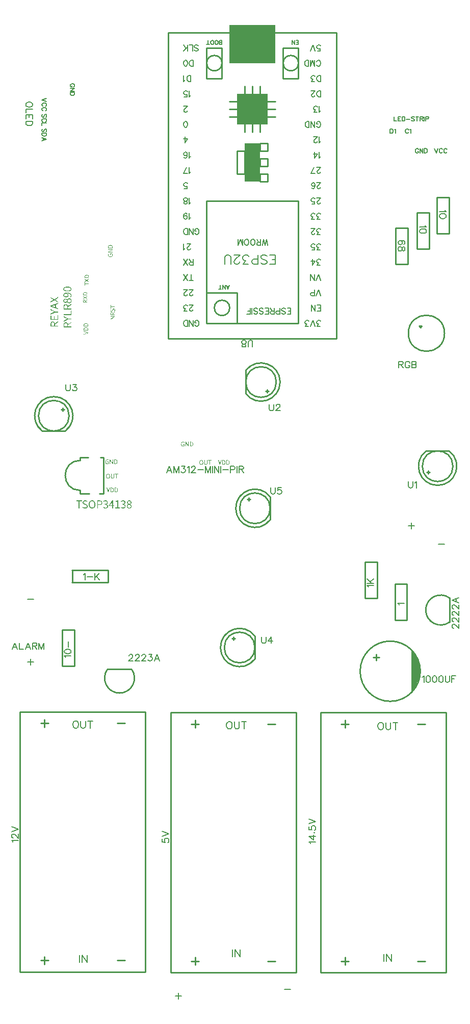
<source format=gto>
G04 Layer: TopSilkscreenLayer*
G04 EasyEDA v6.5.1, 2022-03-27 02:12:12*
G04 f7dead78dcdb48cf945481d8fe3a8f79,963ededa1bec40798c37f3e62625e793,10*
G04 Gerber Generator version 0.2*
G04 Scale: 100 percent, Rotated: No, Reflected: No *
G04 Dimensions in millimeters *
G04 leading zeros omitted , absolute positions ,4 integer and 5 decimal *
%FSLAX45Y45*%
%MOMM*%

%ADD10C,0.2540*%
%ADD22C,0.1524*%
%ADD24C,0.2000*%

%LPD*%
G36*
X1064768Y5521960D02*
G01*
X1056589Y5521807D01*
X1048969Y5521248D01*
X1041908Y5520385D01*
X1035303Y5519216D01*
X1029309Y5517692D01*
X1023772Y5515864D01*
X1018844Y5513730D01*
X1014374Y5511292D01*
X1010462Y5508599D01*
X1007059Y5505602D01*
X1004214Y5502351D01*
X1001877Y5498795D01*
X1000048Y5495036D01*
X998728Y5491022D01*
X997966Y5486806D01*
X997712Y5482336D01*
X1009650Y5482336D01*
X1010005Y5486044D01*
X1011072Y5489549D01*
X1012901Y5492750D01*
X1015492Y5495747D01*
X1018794Y5498490D01*
X1022908Y5500878D01*
X1027836Y5502960D01*
X1033526Y5504738D01*
X1040079Y5506110D01*
X1047445Y5507126D01*
X1055674Y5507786D01*
X1064768Y5507990D01*
X1073962Y5507786D01*
X1082344Y5507126D01*
X1089812Y5506110D01*
X1096467Y5504738D01*
X1102309Y5502960D01*
X1107287Y5500878D01*
X1111504Y5498490D01*
X1114907Y5495747D01*
X1117549Y5492750D01*
X1119428Y5489549D01*
X1120546Y5486044D01*
X1120902Y5482336D01*
X1120546Y5478576D01*
X1119428Y5475020D01*
X1117549Y5471769D01*
X1114907Y5468721D01*
X1111504Y5465978D01*
X1107338Y5463590D01*
X1102309Y5461457D01*
X1096467Y5459679D01*
X1089812Y5458307D01*
X1082344Y5457291D01*
X1073962Y5456631D01*
X1064768Y5456428D01*
X1055674Y5456631D01*
X1047445Y5457291D01*
X1040079Y5458307D01*
X1033526Y5459679D01*
X1027836Y5461457D01*
X1022908Y5463590D01*
X1018794Y5465978D01*
X1015492Y5468721D01*
X1012901Y5471769D01*
X1011072Y5475020D01*
X1010005Y5478576D01*
X1009650Y5482336D01*
X997712Y5482336D01*
X997966Y5477865D01*
X998728Y5473598D01*
X1000048Y5469585D01*
X1001826Y5465826D01*
X1004163Y5462270D01*
X1007008Y5459018D01*
X1010361Y5455970D01*
X1014272Y5453278D01*
X1018743Y5450789D01*
X1023670Y5448655D01*
X1029157Y5446776D01*
X1035202Y5445252D01*
X1041806Y5444032D01*
X1048918Y5443169D01*
X1056589Y5442661D01*
X1064768Y5442458D01*
X1072997Y5442661D01*
X1080719Y5443169D01*
X1087932Y5444032D01*
X1094536Y5445252D01*
X1100632Y5446776D01*
X1106220Y5448655D01*
X1111250Y5450789D01*
X1115720Y5453278D01*
X1119682Y5455970D01*
X1123137Y5459018D01*
X1126032Y5462270D01*
X1128369Y5465826D01*
X1130198Y5469585D01*
X1131519Y5473598D01*
X1132332Y5477865D01*
X1132586Y5482336D01*
X1132332Y5486806D01*
X1131519Y5491022D01*
X1130198Y5495036D01*
X1128369Y5498795D01*
X1126032Y5502351D01*
X1123137Y5505602D01*
X1119682Y5508599D01*
X1115720Y5511292D01*
X1111250Y5513730D01*
X1106220Y5515864D01*
X1100632Y5517692D01*
X1094536Y5519216D01*
X1087932Y5520385D01*
X1080719Y5521248D01*
X1072997Y5521807D01*
G37*
G36*
X1059180Y5423662D02*
G01*
X1051814Y5423458D01*
X1044854Y5422849D01*
X1038402Y5421833D01*
X1032408Y5420461D01*
X1026921Y5418734D01*
X1021892Y5416651D01*
X1017320Y5414213D01*
X1013206Y5411520D01*
X1009599Y5408472D01*
X1006449Y5405170D01*
X1003808Y5401614D01*
X1001623Y5397855D01*
X999896Y5393791D01*
X998677Y5389575D01*
X997966Y5385104D01*
X997712Y5380482D01*
X1009142Y5380482D01*
X1009853Y5386730D01*
X1011986Y5392216D01*
X1015492Y5397042D01*
X1020267Y5401106D01*
X1026363Y5404459D01*
X1033678Y5407050D01*
X1042162Y5408879D01*
X1051814Y5409946D01*
X1059992Y5403088D01*
X1065580Y5395925D01*
X1068832Y5388762D01*
X1069848Y5381752D01*
X1069289Y5376062D01*
X1067663Y5371134D01*
X1065072Y5366969D01*
X1061516Y5363565D01*
X1057148Y5360974D01*
X1052068Y5359095D01*
X1046276Y5357977D01*
X1039876Y5357622D01*
X1033322Y5358079D01*
X1027379Y5359349D01*
X1022096Y5361432D01*
X1017676Y5364175D01*
X1014069Y5367578D01*
X1011377Y5371439D01*
X1009700Y5375757D01*
X1009142Y5380482D01*
X997712Y5380482D01*
X998067Y5375605D01*
X999083Y5370880D01*
X1000810Y5366410D01*
X1003096Y5362194D01*
X1005992Y5358282D01*
X1009446Y5354777D01*
X1013409Y5351627D01*
X1017879Y5348986D01*
X1022807Y5346852D01*
X1028090Y5345226D01*
X1033830Y5344261D01*
X1039876Y5343906D01*
X1046276Y5344210D01*
X1052169Y5345023D01*
X1057503Y5346395D01*
X1062329Y5348274D01*
X1066596Y5350662D01*
X1070305Y5353507D01*
X1073505Y5356809D01*
X1076096Y5360517D01*
X1078128Y5364683D01*
X1079601Y5369255D01*
X1080465Y5374182D01*
X1080770Y5379466D01*
X1079601Y5387898D01*
X1076248Y5395925D01*
X1071016Y5403342D01*
X1064260Y5409946D01*
X1074166Y5409336D01*
X1082954Y5408218D01*
X1090726Y5406593D01*
X1097432Y5404561D01*
X1103223Y5402072D01*
X1108049Y5399227D01*
X1112012Y5396026D01*
X1115161Y5392572D01*
X1117498Y5388864D01*
X1119124Y5384952D01*
X1120089Y5380888D01*
X1120394Y5376672D01*
X1119733Y5370372D01*
X1117803Y5364480D01*
X1114704Y5359146D01*
X1110488Y5354574D01*
X1119632Y5346446D01*
X1124762Y5352288D01*
X1128877Y5359196D01*
X1131620Y5367375D01*
X1132586Y5376926D01*
X1132332Y5381447D01*
X1131620Y5385866D01*
X1130401Y5390184D01*
X1128623Y5394401D01*
X1126286Y5398465D01*
X1123442Y5402326D01*
X1119936Y5405932D01*
X1115872Y5409336D01*
X1111199Y5412435D01*
X1105865Y5415229D01*
X1099820Y5417667D01*
X1093165Y5419750D01*
X1085748Y5421426D01*
X1077671Y5422646D01*
X1068781Y5423408D01*
G37*
G36*
X1099312Y5327650D02*
G01*
X1092911Y5327192D01*
X1087272Y5325821D01*
X1082294Y5323687D01*
X1077874Y5320893D01*
X1074013Y5317591D01*
X1070610Y5313832D01*
X1067663Y5309768D01*
X1065022Y5305552D01*
X1064260Y5305552D01*
X1061720Y5308600D01*
X1058672Y5311648D01*
X1055166Y5314645D01*
X1051255Y5317388D01*
X1046987Y5319776D01*
X1042416Y5321655D01*
X1037539Y5322874D01*
X1032510Y5323332D01*
X1025347Y5322722D01*
X1018794Y5320893D01*
X1012952Y5317896D01*
X1007922Y5313832D01*
X1003858Y5308752D01*
X1000810Y5302656D01*
X998880Y5295646D01*
X998219Y5287772D01*
X1009142Y5287772D01*
X1009650Y5292902D01*
X1011072Y5297474D01*
X1013307Y5301386D01*
X1016253Y5304637D01*
X1019810Y5307228D01*
X1023924Y5309108D01*
X1028446Y5310225D01*
X1033271Y5310632D01*
X1040536Y5309717D01*
X1047496Y5306923D01*
X1054049Y5302504D01*
X1060196Y5296408D01*
X1055370Y5285130D01*
X1052576Y5280050D01*
X1051421Y5278374D01*
X1066292Y5278374D01*
X1072032Y5291836D01*
X1075182Y5297881D01*
X1078636Y5303215D01*
X1082598Y5307634D01*
X1087170Y5311038D01*
X1092555Y5313172D01*
X1098804Y5313934D01*
X1103579Y5313426D01*
X1107948Y5312003D01*
X1111859Y5309717D01*
X1115212Y5306669D01*
X1117904Y5302859D01*
X1119936Y5298389D01*
X1121206Y5293360D01*
X1121664Y5287772D01*
X1121156Y5281879D01*
X1119784Y5276494D01*
X1117549Y5271617D01*
X1114552Y5267452D01*
X1110894Y5264048D01*
X1106678Y5261457D01*
X1101902Y5259882D01*
X1096772Y5259324D01*
X1092047Y5259679D01*
X1087526Y5260746D01*
X1083259Y5262422D01*
X1079246Y5264658D01*
X1075537Y5267452D01*
X1072134Y5270703D01*
X1069035Y5274360D01*
X1066292Y5278374D01*
X1051421Y5278374D01*
X1049426Y5275478D01*
X1045768Y5271668D01*
X1041552Y5268722D01*
X1036675Y5266842D01*
X1030986Y5266182D01*
X1026312Y5266588D01*
X1022096Y5267807D01*
X1018387Y5269738D01*
X1015187Y5272328D01*
X1012647Y5275478D01*
X1010716Y5279136D01*
X1009548Y5283250D01*
X1009142Y5287772D01*
X998219Y5287772D01*
X998829Y5280609D01*
X1000607Y5273954D01*
X1003452Y5268061D01*
X1007262Y5262930D01*
X1012037Y5258765D01*
X1017625Y5255615D01*
X1023975Y5253634D01*
X1030986Y5252974D01*
X1040587Y5254396D01*
X1048715Y5258206D01*
X1055522Y5263794D01*
X1060958Y5270500D01*
X1061720Y5270500D01*
X1064361Y5266029D01*
X1067562Y5261711D01*
X1071321Y5257596D01*
X1075588Y5253939D01*
X1080414Y5250840D01*
X1085748Y5248452D01*
X1091641Y5246928D01*
X1098042Y5246370D01*
X1102918Y5246725D01*
X1107592Y5247741D01*
X1111910Y5249418D01*
X1115923Y5251754D01*
X1119581Y5254599D01*
X1122832Y5258003D01*
X1125677Y5261864D01*
X1128064Y5266232D01*
X1129995Y5271008D01*
X1131417Y5276189D01*
X1132281Y5281676D01*
X1132586Y5287518D01*
X1132281Y5293360D01*
X1131417Y5298846D01*
X1129995Y5303977D01*
X1128064Y5308650D01*
X1125728Y5312867D01*
X1122883Y5316626D01*
X1119733Y5319877D01*
X1116177Y5322620D01*
X1112316Y5324754D01*
X1108202Y5326329D01*
X1103884Y5327345D01*
G37*
G36*
X1130300Y5233162D02*
G01*
X1072642Y5199380D01*
X1070762Y5206034D01*
X1068120Y5211978D01*
X1064717Y5217160D01*
X1060551Y5221579D01*
X1055674Y5225084D01*
X1049985Y5227726D01*
X1043533Y5229301D01*
X1036319Y5229860D01*
X1030020Y5229504D01*
X1024382Y5228386D01*
X1019454Y5226558D01*
X1015136Y5224068D01*
X1011428Y5220970D01*
X1008278Y5217261D01*
X1005738Y5212994D01*
X1003655Y5208219D01*
X1002131Y5202986D01*
X1001064Y5197246D01*
X1000455Y5191150D01*
X1000252Y5184648D01*
X1000252Y5159756D01*
X1011936Y5159756D01*
X1011936Y5182362D01*
X1012240Y5189829D01*
X1013256Y5196332D01*
X1014984Y5201920D01*
X1017473Y5206542D01*
X1020775Y5210149D01*
X1024991Y5212740D01*
X1030173Y5214366D01*
X1036319Y5214874D01*
X1042365Y5214366D01*
X1047597Y5212740D01*
X1052017Y5210149D01*
X1055624Y5206542D01*
X1058418Y5201920D01*
X1060399Y5196332D01*
X1061567Y5189829D01*
X1061974Y5182362D01*
X1061974Y5159756D01*
X1000252Y5159756D01*
X1000252Y5145024D01*
X1130300Y5145024D01*
X1130300Y5159756D01*
X1074166Y5159756D01*
X1074166Y5184140D01*
X1130300Y5216652D01*
G37*
G36*
X1117854Y5121910D02*
G01*
X1117854Y5064506D01*
X1000252Y5064506D01*
X1000252Y5049520D01*
X1130300Y5049520D01*
X1130300Y5121910D01*
G37*
G36*
X1000252Y5031232D02*
G01*
X1000252Y5016246D01*
X1066292Y4985512D01*
X1066292Y4984750D01*
X1000252Y4954270D01*
X1000252Y4938522D01*
X1079246Y4977638D01*
X1130300Y4977638D01*
X1130300Y4992116D01*
X1079246Y4992116D01*
G37*
G36*
X1130300Y4933442D02*
G01*
X1072642Y4899660D01*
X1070762Y4906213D01*
X1068120Y4912106D01*
X1064717Y4917236D01*
X1060551Y4921605D01*
X1055674Y4925161D01*
X1049985Y4927752D01*
X1043533Y4929327D01*
X1036319Y4929886D01*
X1030020Y4929530D01*
X1024382Y4928412D01*
X1019454Y4926584D01*
X1015136Y4924094D01*
X1011428Y4920996D01*
X1008278Y4917338D01*
X1005738Y4913071D01*
X1003655Y4908346D01*
X1002131Y4903114D01*
X1001064Y4897424D01*
X1000455Y4891379D01*
X1000252Y4884928D01*
X1000252Y4860036D01*
X1011936Y4860036D01*
X1011936Y4882642D01*
X1012240Y4890109D01*
X1013256Y4896612D01*
X1014984Y4902200D01*
X1017473Y4906822D01*
X1020775Y4910429D01*
X1024991Y4913020D01*
X1030173Y4914646D01*
X1036319Y4915154D01*
X1042365Y4914646D01*
X1047597Y4913020D01*
X1052017Y4910429D01*
X1055624Y4906822D01*
X1058418Y4902200D01*
X1060399Y4896612D01*
X1061567Y4890109D01*
X1061974Y4882642D01*
X1061974Y4860036D01*
X1000252Y4860036D01*
X1000252Y4845050D01*
X1130300Y4845050D01*
X1130300Y4860036D01*
X1074166Y4860036D01*
X1074166Y4884166D01*
X1130300Y4916678D01*
G37*
G36*
X914400Y5350256D02*
G01*
X847852Y5312156D01*
X784352Y5347970D01*
X784352Y5332476D01*
X823112Y5311851D01*
X837437Y5304790D01*
X837437Y5304028D01*
X818641Y5293614D01*
X784352Y5275072D01*
X784352Y5258816D01*
X847090Y5294630D01*
X914400Y5256530D01*
X914400Y5271770D01*
X873252Y5294071D01*
X857250Y5302250D01*
X857250Y5303012D01*
X878078Y5314188D01*
X914400Y5334254D01*
G37*
G36*
X914400Y5251450D02*
G01*
X784352Y5207000D01*
X784352Y5198110D01*
X796544Y5198110D01*
X796544Y5198872D01*
X840486Y5212334D01*
X861821Y5219192D01*
X861821Y5178044D01*
X824179Y5190083D01*
X796544Y5198110D01*
X784352Y5198110D01*
X784352Y5190744D01*
X914400Y5146294D01*
X914400Y5161026D01*
X873252Y5174234D01*
X873252Y5223002D01*
X914400Y5235956D01*
G37*
G36*
X784352Y5147818D02*
G01*
X784352Y5132832D01*
X821944Y5115052D01*
X850392Y5102098D01*
X850392Y5101336D01*
X836066Y5094528D01*
X784352Y5070602D01*
X784352Y5055108D01*
X863346Y5094224D01*
X914400Y5094224D01*
X914400Y5108702D01*
X863346Y5108702D01*
G37*
G36*
X901953Y5045456D02*
G01*
X901953Y4983988D01*
X851916Y4983988D01*
X851916Y5034026D01*
X839469Y5034026D01*
X839469Y4983988D01*
X796798Y4983988D01*
X796798Y5043424D01*
X784352Y5043424D01*
X784352Y4969256D01*
X914400Y4969256D01*
X914400Y5045456D01*
G37*
G36*
X914400Y4946142D02*
G01*
X856742Y4912360D01*
X854862Y4918913D01*
X852220Y4924806D01*
X848817Y4929936D01*
X844651Y4934305D01*
X839774Y4937861D01*
X834085Y4940452D01*
X827633Y4942027D01*
X820419Y4942586D01*
X814120Y4942230D01*
X808482Y4941112D01*
X803554Y4939284D01*
X799236Y4936794D01*
X795528Y4933696D01*
X792378Y4930038D01*
X789838Y4925771D01*
X787755Y4921046D01*
X786231Y4915814D01*
X785164Y4910124D01*
X784555Y4904079D01*
X784352Y4897628D01*
X784352Y4872736D01*
X796036Y4872736D01*
X796036Y4895342D01*
X796340Y4902809D01*
X797356Y4909312D01*
X799084Y4914900D01*
X801573Y4919522D01*
X804875Y4923129D01*
X809091Y4925720D01*
X814273Y4927346D01*
X820419Y4927854D01*
X826465Y4927346D01*
X831697Y4925720D01*
X836117Y4923129D01*
X839724Y4919522D01*
X842518Y4914900D01*
X844499Y4909312D01*
X845667Y4902809D01*
X846074Y4895342D01*
X846074Y4872736D01*
X784352Y4872736D01*
X784352Y4857750D01*
X914400Y4857750D01*
X914400Y4872736D01*
X858266Y4872736D01*
X858266Y4896866D01*
X914400Y4929378D01*
G37*
G36*
X1778507Y6212840D02*
G01*
X1772869Y6212586D01*
X1767687Y6211874D01*
X1762912Y6210655D01*
X1758594Y6208979D01*
X1754733Y6206794D01*
X1751330Y6204153D01*
X1748434Y6201003D01*
X1746046Y6197396D01*
X1744167Y6193332D01*
X1742795Y6188811D01*
X1741932Y6183782D01*
X1741678Y6178296D01*
X1741678Y6168390D01*
X1748536Y6168390D01*
X1748536Y6177534D01*
X1749043Y6183833D01*
X1750568Y6189319D01*
X1753057Y6193891D01*
X1756460Y6197650D01*
X1760778Y6200495D01*
X1765909Y6202578D01*
X1771802Y6203797D01*
X1778507Y6204204D01*
X1785315Y6203797D01*
X1791360Y6202578D01*
X1796592Y6200495D01*
X1801012Y6197650D01*
X1804517Y6193891D01*
X1807108Y6189319D01*
X1808683Y6183833D01*
X1809242Y6177534D01*
X1809242Y6168390D01*
X1741678Y6168390D01*
X1741678Y6160008D01*
X1816100Y6160008D01*
X1816100Y6178550D01*
X1815795Y6183985D01*
X1814931Y6188964D01*
X1813509Y6193434D01*
X1811528Y6197498D01*
X1809038Y6201054D01*
X1806092Y6204153D01*
X1802587Y6206794D01*
X1798624Y6208979D01*
X1794256Y6210655D01*
X1789430Y6211874D01*
X1784146Y6212586D01*
G37*
G36*
X1741678Y6139180D02*
G01*
X1741678Y6131052D01*
X1782064Y6131052D01*
X1793697Y6131509D01*
X1805178Y6132322D01*
X1805178Y6131814D01*
X1789938Y6123686D01*
X1741678Y6095492D01*
X1741678Y6086856D01*
X1816100Y6086856D01*
X1816100Y6094984D01*
X1769618Y6094882D01*
X1752600Y6093968D01*
X1752600Y6094476D01*
X1767839Y6102604D01*
X1816100Y6130544D01*
X1816100Y6139180D01*
G37*
G36*
X1778000Y6069076D02*
G01*
X1778000Y6044946D01*
X1785112Y6044946D01*
X1785112Y6061202D01*
X1805432Y6061202D01*
X1807311Y6058458D01*
X1808784Y6055055D01*
X1809699Y6051143D01*
X1810004Y6046978D01*
X1809445Y6041288D01*
X1807819Y6036310D01*
X1805127Y6031992D01*
X1801520Y6028385D01*
X1796999Y6025591D01*
X1791665Y6023508D01*
X1785569Y6022238D01*
X1778762Y6021832D01*
X1771954Y6022289D01*
X1765858Y6023559D01*
X1760575Y6025692D01*
X1756105Y6028588D01*
X1752549Y6032195D01*
X1749958Y6036513D01*
X1748332Y6041440D01*
X1747774Y6046978D01*
X1748332Y6052362D01*
X1749907Y6056731D01*
X1752142Y6060389D01*
X1754886Y6063488D01*
X1749552Y6068060D01*
X1746199Y6064351D01*
X1743252Y6059678D01*
X1741170Y6053836D01*
X1740407Y6046724D01*
X1740712Y6041948D01*
X1741627Y6037427D01*
X1743100Y6033211D01*
X1745132Y6029350D01*
X1747672Y6025794D01*
X1750771Y6022644D01*
X1754327Y6019850D01*
X1758391Y6017564D01*
X1762912Y6015685D01*
X1767890Y6014313D01*
X1773224Y6013500D01*
X1779016Y6013196D01*
X1787499Y6013805D01*
X1795068Y6015634D01*
X1801622Y6018530D01*
X1807159Y6022492D01*
X1811528Y6027267D01*
X1814728Y6032906D01*
X1816709Y6039256D01*
X1817370Y6046216D01*
X1816760Y6053277D01*
X1814982Y6059525D01*
X1812340Y6064859D01*
X1808988Y6069076D01*
G37*
G36*
X1384808Y5716016D02*
G01*
X1379169Y5715762D01*
X1373987Y5715050D01*
X1369212Y5713780D01*
X1364894Y5712053D01*
X1361033Y5709869D01*
X1357630Y5707176D01*
X1354734Y5704027D01*
X1352346Y5700420D01*
X1350467Y5696305D01*
X1349095Y5691733D01*
X1348232Y5686704D01*
X1347978Y5681218D01*
X1347978Y5671312D01*
X1354836Y5671312D01*
X1354836Y5680456D01*
X1355344Y5686806D01*
X1356868Y5692292D01*
X1359357Y5696915D01*
X1362760Y5700674D01*
X1367078Y5703620D01*
X1372209Y5705703D01*
X1378102Y5706973D01*
X1384808Y5707380D01*
X1391615Y5706973D01*
X1397660Y5705703D01*
X1402892Y5703620D01*
X1407312Y5700674D01*
X1410817Y5696915D01*
X1413408Y5692292D01*
X1414983Y5686806D01*
X1415542Y5680456D01*
X1415542Y5671312D01*
X1347978Y5671312D01*
X1347978Y5662930D01*
X1422400Y5662930D01*
X1422400Y5681472D01*
X1422095Y5686907D01*
X1421231Y5691886D01*
X1419809Y5696407D01*
X1417828Y5700471D01*
X1415338Y5704078D01*
X1412392Y5707227D01*
X1408887Y5709869D01*
X1404924Y5712104D01*
X1400556Y5713780D01*
X1395730Y5715050D01*
X1390446Y5715762D01*
G37*
G36*
X1422400Y5650738D02*
G01*
X1384300Y5628894D01*
X1347978Y5649468D01*
X1347978Y5640578D01*
X1370228Y5628741D01*
X1378458Y5624830D01*
X1378458Y5624322D01*
X1347978Y5607812D01*
X1347978Y5598414D01*
X1384046Y5618988D01*
X1422400Y5597144D01*
X1422400Y5605780D01*
X1389634Y5623306D01*
X1389634Y5623560D01*
X1422400Y5641594D01*
G37*
G36*
X1347978Y5594350D02*
G01*
X1347978Y5540502D01*
X1355090Y5540502D01*
X1355090Y5563108D01*
X1422400Y5563108D01*
X1422400Y5571744D01*
X1355090Y5571744D01*
X1355090Y5594350D01*
G37*
G36*
X1359408Y5428996D02*
G01*
X1353769Y5428742D01*
X1348587Y5428030D01*
X1343812Y5426760D01*
X1339494Y5425033D01*
X1335633Y5422849D01*
X1332230Y5420156D01*
X1329334Y5417007D01*
X1326946Y5413400D01*
X1325067Y5409285D01*
X1323695Y5404713D01*
X1322832Y5399684D01*
X1322578Y5394198D01*
X1322578Y5384292D01*
X1329436Y5384292D01*
X1329436Y5393436D01*
X1329944Y5399836D01*
X1331468Y5405374D01*
X1333957Y5409996D01*
X1337360Y5413756D01*
X1341678Y5416651D01*
X1346809Y5418734D01*
X1352702Y5419953D01*
X1359408Y5420360D01*
X1366215Y5419953D01*
X1372260Y5418734D01*
X1377492Y5416651D01*
X1381912Y5413756D01*
X1385417Y5409996D01*
X1388008Y5405374D01*
X1389583Y5399836D01*
X1390142Y5393436D01*
X1390142Y5384292D01*
X1322578Y5384292D01*
X1322578Y5375910D01*
X1397000Y5375910D01*
X1397000Y5394452D01*
X1396695Y5399887D01*
X1395831Y5404866D01*
X1394409Y5409387D01*
X1392428Y5413451D01*
X1389938Y5417058D01*
X1386992Y5420207D01*
X1383487Y5422849D01*
X1379524Y5425084D01*
X1375156Y5426760D01*
X1370330Y5428030D01*
X1365046Y5428742D01*
G37*
G36*
X1397000Y5363972D02*
G01*
X1358900Y5342128D01*
X1322578Y5362448D01*
X1322578Y5353812D01*
X1344828Y5341823D01*
X1353058Y5337810D01*
X1353058Y5337302D01*
X1322578Y5320792D01*
X1322578Y5311648D01*
X1358646Y5331968D01*
X1397000Y5310124D01*
X1397000Y5319014D01*
X1364234Y5336286D01*
X1364234Y5336794D01*
X1397000Y5354574D01*
G37*
G36*
X1397000Y5305806D02*
G01*
X1363980Y5286756D01*
X1361389Y5293868D01*
X1357071Y5299303D01*
X1351026Y5302808D01*
X1343152Y5304028D01*
X1337868Y5303520D01*
X1333500Y5302097D01*
X1329944Y5299862D01*
X1327150Y5296814D01*
X1325067Y5293004D01*
X1323644Y5288584D01*
X1322832Y5283606D01*
X1322578Y5278120D01*
X1322578Y5263896D01*
X1329436Y5263896D01*
X1329436Y5276850D01*
X1330147Y5284774D01*
X1332484Y5290616D01*
X1336700Y5294172D01*
X1343152Y5295392D01*
X1349756Y5294172D01*
X1354328Y5290616D01*
X1357020Y5284774D01*
X1357884Y5276850D01*
X1357884Y5263896D01*
X1322578Y5263896D01*
X1322578Y5255514D01*
X1397000Y5255514D01*
X1397000Y5263896D01*
X1364996Y5263896D01*
X1364996Y5277866D01*
X1397000Y5296408D01*
G37*
G36*
X1779778Y5215890D02*
G01*
X1779778Y5162042D01*
X1786889Y5162042D01*
X1786889Y5184648D01*
X1854200Y5184648D01*
X1854200Y5193284D01*
X1786889Y5193284D01*
X1786889Y5215890D01*
G37*
G36*
X1834642Y5156454D02*
G01*
X1827479Y5155234D01*
X1822094Y5151932D01*
X1817979Y5147005D01*
X1814830Y5140960D01*
X1808225Y5125974D01*
X1805686Y5121960D01*
X1802180Y5119014D01*
X1797304Y5117846D01*
X1792528Y5118912D01*
X1788922Y5121859D01*
X1786636Y5126431D01*
X1785874Y5132324D01*
X1786382Y5137404D01*
X1787804Y5141925D01*
X1790039Y5145989D01*
X1792986Y5149596D01*
X1787652Y5153914D01*
X1783994Y5149646D01*
X1781098Y5144566D01*
X1779168Y5138724D01*
X1778507Y5132324D01*
X1779930Y5123180D01*
X1783943Y5115915D01*
X1790090Y5111191D01*
X1797812Y5109464D01*
X1804974Y5110835D01*
X1810308Y5114391D01*
X1814118Y5119217D01*
X1816862Y5124450D01*
X1823974Y5140350D01*
X1826615Y5144363D01*
X1830273Y5147106D01*
X1835404Y5148072D01*
X1840585Y5146903D01*
X1844598Y5143601D01*
X1847189Y5138420D01*
X1848104Y5131562D01*
X1847443Y5125720D01*
X1845614Y5120182D01*
X1842617Y5115153D01*
X1838706Y5110734D01*
X1844548Y5105654D01*
X1849018Y5110886D01*
X1852472Y5116982D01*
X1854707Y5123891D01*
X1855470Y5131562D01*
X1855063Y5136997D01*
X1853844Y5141874D01*
X1851964Y5146141D01*
X1849424Y5149697D01*
X1846376Y5152593D01*
X1842820Y5154726D01*
X1838909Y5155996D01*
G37*
G36*
X1854200Y5099304D02*
G01*
X1821180Y5080254D01*
X1818589Y5087366D01*
X1814271Y5092801D01*
X1808225Y5096306D01*
X1800352Y5097526D01*
X1795068Y5097018D01*
X1790700Y5095646D01*
X1787143Y5093360D01*
X1784350Y5090312D01*
X1782267Y5086553D01*
X1780844Y5082184D01*
X1780032Y5077256D01*
X1779778Y5071872D01*
X1779778Y5057394D01*
X1786636Y5057394D01*
X1786636Y5070348D01*
X1787347Y5078425D01*
X1789684Y5084318D01*
X1793900Y5087924D01*
X1800352Y5089144D01*
X1806956Y5087924D01*
X1811528Y5084318D01*
X1814220Y5078425D01*
X1815084Y5070348D01*
X1815084Y5057394D01*
X1779778Y5057394D01*
X1779778Y5049012D01*
X1854200Y5049012D01*
X1854200Y5057394D01*
X1822196Y5057394D01*
X1822196Y5071364D01*
X1854200Y5089906D01*
G37*
G36*
X1779778Y5028184D02*
G01*
X1779778Y5020310D01*
X1825955Y5020411D01*
X1843278Y5021326D01*
X1843278Y5020818D01*
X1828038Y5012944D01*
X1779778Y4984750D01*
X1779778Y4976114D01*
X1854200Y4976114D01*
X1854200Y4983988D01*
X1807718Y4983886D01*
X1790700Y4982972D01*
X1790700Y4983480D01*
X1805939Y4991608D01*
X1854200Y5019548D01*
X1854200Y5028184D01*
G37*
G36*
X1372108Y4914900D02*
G01*
X1366469Y4914646D01*
X1361287Y4913934D01*
X1356512Y4912664D01*
X1352194Y4910937D01*
X1348333Y4908753D01*
X1344930Y4906060D01*
X1342034Y4902911D01*
X1339646Y4899304D01*
X1337767Y4895189D01*
X1336395Y4890617D01*
X1335532Y4885588D01*
X1335278Y4880102D01*
X1335278Y4870196D01*
X1342136Y4870196D01*
X1342136Y4879340D01*
X1342644Y4885690D01*
X1344168Y4891176D01*
X1346657Y4895799D01*
X1350060Y4899558D01*
X1354378Y4902504D01*
X1359509Y4904587D01*
X1365402Y4905857D01*
X1372108Y4906264D01*
X1378915Y4905857D01*
X1384960Y4904587D01*
X1390192Y4902504D01*
X1394612Y4899558D01*
X1398117Y4895799D01*
X1400708Y4891176D01*
X1402283Y4885690D01*
X1402842Y4879340D01*
X1402842Y4870196D01*
X1335278Y4870196D01*
X1335278Y4861814D01*
X1409700Y4861814D01*
X1409700Y4880356D01*
X1409395Y4885791D01*
X1408531Y4890770D01*
X1407109Y4895291D01*
X1405128Y4899355D01*
X1402638Y4902962D01*
X1399692Y4906111D01*
X1396187Y4908753D01*
X1392224Y4910988D01*
X1387856Y4912664D01*
X1383030Y4913934D01*
X1377746Y4914646D01*
G37*
G36*
X1372108Y4845304D02*
G01*
X1366469Y4845050D01*
X1361287Y4844338D01*
X1356512Y4843119D01*
X1352194Y4841443D01*
X1348333Y4839258D01*
X1344930Y4836617D01*
X1342034Y4833467D01*
X1339646Y4829860D01*
X1337767Y4825796D01*
X1336395Y4821275D01*
X1335532Y4816246D01*
X1335278Y4810760D01*
X1335278Y4800854D01*
X1342136Y4800854D01*
X1342136Y4809998D01*
X1342644Y4816297D01*
X1344168Y4821783D01*
X1346657Y4826355D01*
X1350060Y4830114D01*
X1354378Y4832959D01*
X1359509Y4835042D01*
X1365402Y4836261D01*
X1372108Y4836668D01*
X1378915Y4836261D01*
X1384960Y4835042D01*
X1390192Y4832959D01*
X1394612Y4830114D01*
X1398117Y4826355D01*
X1400708Y4821783D01*
X1402283Y4816297D01*
X1402842Y4809998D01*
X1402842Y4800854D01*
X1335278Y4800854D01*
X1335278Y4792472D01*
X1409700Y4792472D01*
X1409700Y4811014D01*
X1409395Y4816449D01*
X1408531Y4821428D01*
X1407109Y4825898D01*
X1405128Y4829962D01*
X1402638Y4833518D01*
X1399692Y4836617D01*
X1396187Y4839258D01*
X1392224Y4841443D01*
X1387856Y4843119D01*
X1383030Y4844338D01*
X1377746Y4845050D01*
G37*
G36*
X1335278Y4781804D02*
G01*
X1335278Y4773422D01*
X1401064Y4753610D01*
X1401064Y4753356D01*
X1388719Y4749495D01*
X1376426Y4745990D01*
X1335278Y4733544D01*
X1335278Y4724654D01*
X1409700Y4748530D01*
X1409700Y4758182D01*
G37*
G36*
X1359154Y1974088D02*
G01*
X1353515Y1973783D01*
X1348130Y1972919D01*
X1343101Y1971548D01*
X1338427Y1969668D01*
X1334109Y1967280D01*
X1330299Y1964486D01*
X1326946Y1961286D01*
X1324102Y1957679D01*
X1321816Y1953717D01*
X1320139Y1949450D01*
X1319123Y1944878D01*
X1318768Y1940052D01*
X1319428Y1933397D01*
X1321206Y1927555D01*
X1324000Y1922576D01*
X1327556Y1918309D01*
X1331620Y1914702D01*
X1336141Y1911654D01*
X1340815Y1909114D01*
X1364234Y1898650D01*
X1372920Y1894535D01*
X1376680Y1892300D01*
X1379931Y1889810D01*
X1382623Y1886915D01*
X1384604Y1883511D01*
X1385874Y1879396D01*
X1386332Y1874520D01*
X1385824Y1869744D01*
X1384401Y1865477D01*
X1382014Y1861667D01*
X1378762Y1858365D01*
X1374698Y1855774D01*
X1369822Y1853793D01*
X1364234Y1852574D01*
X1357884Y1852168D01*
X1352702Y1852472D01*
X1347571Y1853336D01*
X1342644Y1854707D01*
X1337868Y1856638D01*
X1333347Y1858975D01*
X1329029Y1861820D01*
X1325016Y1865071D01*
X1321308Y1868678D01*
X1312418Y1858518D01*
X1316786Y1854250D01*
X1321612Y1850440D01*
X1326743Y1847138D01*
X1332280Y1844395D01*
X1338122Y1842160D01*
X1344320Y1840534D01*
X1350822Y1839569D01*
X1357630Y1839214D01*
X1364132Y1839518D01*
X1370228Y1840484D01*
X1375816Y1842007D01*
X1380947Y1844090D01*
X1385519Y1846681D01*
X1389583Y1849729D01*
X1393088Y1853234D01*
X1395984Y1857095D01*
X1398270Y1861312D01*
X1399946Y1865782D01*
X1400962Y1870557D01*
X1401318Y1875536D01*
X1400759Y1882393D01*
X1399235Y1888337D01*
X1396746Y1893468D01*
X1393494Y1897938D01*
X1389481Y1901748D01*
X1384909Y1905050D01*
X1379829Y1907997D01*
X1374394Y1910588D01*
X1355598Y1918462D01*
X1347876Y1921916D01*
X1340866Y1926336D01*
X1335735Y1932482D01*
X1333754Y1941068D01*
X1334211Y1945436D01*
X1335582Y1949297D01*
X1337767Y1952701D01*
X1340713Y1955546D01*
X1344422Y1957832D01*
X1348740Y1959508D01*
X1353667Y1960524D01*
X1359154Y1960880D01*
X1367942Y1960016D01*
X1375765Y1957527D01*
X1382776Y1953615D01*
X1389126Y1948434D01*
X1397000Y1958086D01*
X1393444Y1961489D01*
X1389532Y1964537D01*
X1385214Y1967280D01*
X1380540Y1969617D01*
X1375613Y1971497D01*
X1370330Y1972919D01*
X1364843Y1973783D01*
G37*
G36*
X1474724Y1974088D02*
G01*
X1468780Y1973783D01*
X1463090Y1972919D01*
X1457655Y1971446D01*
X1452524Y1969414D01*
X1447647Y1966874D01*
X1443126Y1963775D01*
X1438910Y1960168D01*
X1435049Y1956104D01*
X1431594Y1951482D01*
X1428546Y1946452D01*
X1425905Y1940915D01*
X1423670Y1934972D01*
X1421942Y1928571D01*
X1420672Y1921814D01*
X1419860Y1914601D01*
X1419606Y1907032D01*
X1434846Y1907032D01*
X1435150Y1915058D01*
X1436116Y1922576D01*
X1437690Y1929485D01*
X1439824Y1935784D01*
X1442516Y1941423D01*
X1445717Y1946452D01*
X1449476Y1950720D01*
X1453642Y1954326D01*
X1458315Y1957120D01*
X1463395Y1959203D01*
X1468882Y1960473D01*
X1474724Y1960880D01*
X1480566Y1960473D01*
X1486052Y1959203D01*
X1491132Y1957120D01*
X1495806Y1954326D01*
X1499971Y1950720D01*
X1503730Y1946452D01*
X1506931Y1941423D01*
X1509623Y1935784D01*
X1511757Y1929485D01*
X1513332Y1922576D01*
X1514297Y1915058D01*
X1514602Y1907032D01*
X1514297Y1898954D01*
X1513332Y1891436D01*
X1511757Y1884425D01*
X1509623Y1878025D01*
X1506931Y1872234D01*
X1503730Y1867103D01*
X1499971Y1862683D01*
X1495806Y1858975D01*
X1491132Y1856079D01*
X1486052Y1853946D01*
X1480566Y1852625D01*
X1474724Y1852168D01*
X1468882Y1852625D01*
X1463395Y1853946D01*
X1458315Y1856079D01*
X1453642Y1858975D01*
X1449476Y1862683D01*
X1445717Y1867103D01*
X1442516Y1872234D01*
X1439824Y1878025D01*
X1437690Y1884425D01*
X1436116Y1891436D01*
X1435150Y1898954D01*
X1434846Y1907032D01*
X1419606Y1907032D01*
X1419860Y1899462D01*
X1420672Y1892249D01*
X1421942Y1885391D01*
X1423670Y1878990D01*
X1425905Y1872945D01*
X1428546Y1867357D01*
X1431594Y1862277D01*
X1435049Y1857603D01*
X1438910Y1853438D01*
X1443126Y1849780D01*
X1447647Y1846580D01*
X1452524Y1843989D01*
X1457655Y1841906D01*
X1463090Y1840433D01*
X1468780Y1839518D01*
X1474724Y1839214D01*
X1480667Y1839518D01*
X1486357Y1840433D01*
X1491792Y1841906D01*
X1496923Y1843989D01*
X1501800Y1846580D01*
X1506321Y1849780D01*
X1510538Y1853438D01*
X1514398Y1857603D01*
X1517853Y1862277D01*
X1520901Y1867357D01*
X1523542Y1872945D01*
X1525778Y1878990D01*
X1527505Y1885391D01*
X1528775Y1892249D01*
X1529588Y1899462D01*
X1529842Y1907032D01*
X1529588Y1914601D01*
X1528775Y1921814D01*
X1527505Y1928571D01*
X1525778Y1934972D01*
X1523542Y1940915D01*
X1520901Y1946452D01*
X1517853Y1951482D01*
X1514398Y1956104D01*
X1510538Y1960168D01*
X1506321Y1963775D01*
X1501800Y1966874D01*
X1496923Y1969414D01*
X1491792Y1971446D01*
X1486357Y1972919D01*
X1480667Y1973783D01*
G37*
G36*
X1697482Y1974088D02*
G01*
X1692097Y1973783D01*
X1687017Y1972919D01*
X1682242Y1971548D01*
X1677670Y1969668D01*
X1673352Y1967382D01*
X1669288Y1964740D01*
X1665376Y1961794D01*
X1661668Y1958593D01*
X1669542Y1949196D01*
X1675434Y1954428D01*
X1682038Y1958543D01*
X1689201Y1961184D01*
X1696974Y1962150D01*
X1702054Y1961743D01*
X1706524Y1960625D01*
X1710436Y1958746D01*
X1713738Y1956257D01*
X1716328Y1953158D01*
X1718259Y1949500D01*
X1719427Y1945386D01*
X1719834Y1940814D01*
X1719376Y1935480D01*
X1717954Y1930552D01*
X1715414Y1926132D01*
X1711756Y1922322D01*
X1706778Y1919224D01*
X1700428Y1916887D01*
X1692656Y1915414D01*
X1683257Y1914906D01*
X1683257Y1903475D01*
X1693722Y1902968D01*
X1702460Y1901545D01*
X1709572Y1899259D01*
X1715160Y1896160D01*
X1719376Y1892300D01*
X1722221Y1887728D01*
X1723898Y1882546D01*
X1724406Y1876806D01*
X1723898Y1871218D01*
X1722374Y1866188D01*
X1719935Y1861870D01*
X1716735Y1858213D01*
X1712772Y1855266D01*
X1708099Y1853184D01*
X1702917Y1851863D01*
X1697228Y1851406D01*
X1691690Y1851710D01*
X1686661Y1852625D01*
X1682038Y1854047D01*
X1677873Y1855927D01*
X1674012Y1858213D01*
X1670507Y1860753D01*
X1664207Y1866392D01*
X1656842Y1856993D01*
X1660194Y1853590D01*
X1664004Y1850339D01*
X1668272Y1847342D01*
X1673047Y1844700D01*
X1678381Y1842414D01*
X1684274Y1840687D01*
X1690827Y1839620D01*
X1697989Y1839214D01*
X1703578Y1839518D01*
X1708962Y1840331D01*
X1714042Y1841703D01*
X1718767Y1843633D01*
X1723085Y1846021D01*
X1726996Y1848967D01*
X1730451Y1852371D01*
X1733346Y1856232D01*
X1735734Y1860550D01*
X1737461Y1865274D01*
X1738528Y1870456D01*
X1738884Y1876043D01*
X1738325Y1882495D01*
X1736699Y1888337D01*
X1734159Y1893570D01*
X1730756Y1898091D01*
X1726641Y1902002D01*
X1721967Y1905152D01*
X1716786Y1907590D01*
X1711198Y1909318D01*
X1711198Y1910080D01*
X1716227Y1912213D01*
X1720748Y1914906D01*
X1724710Y1918055D01*
X1728114Y1921764D01*
X1730857Y1925980D01*
X1732889Y1930704D01*
X1734159Y1935988D01*
X1734566Y1941830D01*
X1733854Y1949043D01*
X1731772Y1955444D01*
X1728470Y1960981D01*
X1724050Y1965604D01*
X1718614Y1969262D01*
X1712264Y1971903D01*
X1705203Y1973529D01*
G37*
G36*
X1990343Y1974088D02*
G01*
X1984908Y1973783D01*
X1979777Y1972919D01*
X1974951Y1971548D01*
X1970430Y1969668D01*
X1966163Y1967382D01*
X1962099Y1964740D01*
X1958238Y1961794D01*
X1954530Y1958593D01*
X1962404Y1949196D01*
X1968296Y1954428D01*
X1974900Y1958543D01*
X1982063Y1961184D01*
X1989836Y1962150D01*
X1994814Y1961743D01*
X1999284Y1960625D01*
X2003196Y1958746D01*
X2006498Y1956257D01*
X2009139Y1953158D01*
X2011070Y1949500D01*
X2012289Y1945386D01*
X2012696Y1940814D01*
X2012238Y1935480D01*
X2010816Y1930552D01*
X2008276Y1926132D01*
X2004618Y1922322D01*
X1999640Y1919224D01*
X1993290Y1916887D01*
X1985518Y1915414D01*
X1976120Y1914906D01*
X1976120Y1903475D01*
X1986584Y1902968D01*
X1995322Y1901545D01*
X2002434Y1899259D01*
X2008022Y1896160D01*
X2012238Y1892300D01*
X2015083Y1887728D01*
X2016760Y1882546D01*
X2017268Y1876806D01*
X2016760Y1871218D01*
X2015236Y1866188D01*
X2012797Y1861870D01*
X2009597Y1858213D01*
X2005634Y1855266D01*
X2000961Y1853184D01*
X1995779Y1851863D01*
X1990089Y1851406D01*
X1984552Y1851710D01*
X1979472Y1852625D01*
X1974850Y1854047D01*
X1970633Y1855927D01*
X1966772Y1858213D01*
X1963267Y1860753D01*
X1960016Y1863496D01*
X1957070Y1866392D01*
X1949704Y1856993D01*
X1953056Y1853590D01*
X1956866Y1850339D01*
X1961134Y1847342D01*
X1965909Y1844700D01*
X1971243Y1842414D01*
X1977136Y1840687D01*
X1983689Y1839620D01*
X1990852Y1839214D01*
X1996439Y1839518D01*
X2001824Y1840331D01*
X2006904Y1841703D01*
X2011629Y1843633D01*
X2015947Y1846021D01*
X2019858Y1848967D01*
X2023313Y1852371D01*
X2026208Y1856232D01*
X2028545Y1860550D01*
X2030323Y1865274D01*
X2031390Y1870456D01*
X2031746Y1876043D01*
X2031187Y1882495D01*
X2029561Y1888337D01*
X2027021Y1893570D01*
X2023618Y1898091D01*
X2019503Y1902002D01*
X2014829Y1905152D01*
X2009648Y1907590D01*
X2004060Y1909318D01*
X2004060Y1910080D01*
X2009089Y1912213D01*
X2013610Y1914906D01*
X2017572Y1918055D01*
X2020976Y1921764D01*
X2023719Y1925980D01*
X2025751Y1930704D01*
X2027021Y1935988D01*
X2027428Y1941830D01*
X2026716Y1949043D01*
X2024634Y1955444D01*
X2021332Y1960981D01*
X2016861Y1965604D01*
X2011476Y1969262D01*
X2005126Y1971903D01*
X1998065Y1973529D01*
G37*
G36*
X2091689Y1973580D02*
G01*
X2084425Y1972970D01*
X2077770Y1971192D01*
X2071776Y1968347D01*
X2066645Y1964537D01*
X2062429Y1959762D01*
X2059279Y1954174D01*
X2057298Y1947824D01*
X2056638Y1940814D01*
X2069846Y1940814D01*
X2070252Y1945487D01*
X2071471Y1949704D01*
X2073402Y1953412D01*
X2075992Y1956612D01*
X2079142Y1959152D01*
X2082800Y1961083D01*
X2086914Y1962251D01*
X2091436Y1962657D01*
X2096566Y1962150D01*
X2101138Y1960727D01*
X2105050Y1958492D01*
X2108301Y1955546D01*
X2110892Y1951989D01*
X2112772Y1947875D01*
X2113889Y1943354D01*
X2114296Y1938528D01*
X2113381Y1931263D01*
X2110689Y1924304D01*
X2106269Y1917750D01*
X2100072Y1911604D01*
X2088794Y1916430D01*
X2083714Y1919224D01*
X2079142Y1922373D01*
X2075332Y1926031D01*
X2072386Y1930247D01*
X2070506Y1935124D01*
X2069846Y1940814D01*
X2056638Y1940814D01*
X2058060Y1931212D01*
X2061870Y1923084D01*
X2067458Y1916277D01*
X2074164Y1910842D01*
X2074164Y1910080D01*
X2069693Y1907438D01*
X2065375Y1904238D01*
X2061260Y1900478D01*
X2057603Y1896211D01*
X2054504Y1891385D01*
X2052116Y1886051D01*
X2050592Y1880158D01*
X2050144Y1875028D01*
X2063242Y1875028D01*
X2063597Y1879752D01*
X2064613Y1884273D01*
X2066239Y1888540D01*
X2068423Y1892554D01*
X2071166Y1896262D01*
X2074367Y1899666D01*
X2078024Y1902764D01*
X2082038Y1905507D01*
X2095500Y1899767D01*
X2101545Y1896618D01*
X2106879Y1893163D01*
X2111298Y1889201D01*
X2114702Y1884629D01*
X2116836Y1879244D01*
X2117598Y1872996D01*
X2117090Y1868220D01*
X2115667Y1863852D01*
X2113381Y1859940D01*
X2110333Y1856587D01*
X2106523Y1853895D01*
X2102053Y1851863D01*
X2097024Y1850593D01*
X2091436Y1850136D01*
X2085543Y1850643D01*
X2080158Y1852015D01*
X2075383Y1854250D01*
X2071268Y1857248D01*
X2067864Y1860905D01*
X2065375Y1865122D01*
X2063800Y1869897D01*
X2063242Y1875028D01*
X2050144Y1875028D01*
X2050034Y1873757D01*
X2050389Y1868881D01*
X2051405Y1864207D01*
X2053082Y1859889D01*
X2055418Y1855876D01*
X2058263Y1852218D01*
X2061667Y1848967D01*
X2065528Y1846122D01*
X2069896Y1843735D01*
X2074672Y1841804D01*
X2079853Y1840382D01*
X2085339Y1839518D01*
X2091182Y1839214D01*
X2097024Y1839518D01*
X2102510Y1840382D01*
X2107641Y1841804D01*
X2112314Y1843735D01*
X2116531Y1846072D01*
X2120290Y1848916D01*
X2123541Y1852066D01*
X2126284Y1855622D01*
X2128418Y1859483D01*
X2129993Y1863598D01*
X2131009Y1867916D01*
X2131314Y1872488D01*
X2130856Y1878888D01*
X2129485Y1884527D01*
X2127351Y1889506D01*
X2124608Y1893925D01*
X2121306Y1897786D01*
X2117598Y1901189D01*
X2113635Y1904136D01*
X2109470Y1906778D01*
X2109470Y1907539D01*
X2112416Y1910080D01*
X2115413Y1913128D01*
X2118360Y1916633D01*
X2121103Y1920544D01*
X2123440Y1924812D01*
X2125319Y1929384D01*
X2126538Y1934260D01*
X2126996Y1939289D01*
X2126386Y1946452D01*
X2124557Y1953006D01*
X2121560Y1958848D01*
X2117547Y1963877D01*
X2112467Y1967941D01*
X2106422Y1970989D01*
X2099462Y1972919D01*
G37*
G36*
X1212088Y1971548D02*
G01*
X1212088Y1959102D01*
X1251712Y1959102D01*
X1251712Y1841500D01*
X1266698Y1841500D01*
X1266698Y1959102D01*
X1306576Y1959102D01*
X1306576Y1971548D01*
G37*
G36*
X1558290Y1971548D02*
G01*
X1558290Y1959864D01*
X1592326Y1959864D01*
X1600708Y1959559D01*
X1607972Y1958543D01*
X1614170Y1956816D01*
X1619199Y1954225D01*
X1623110Y1950770D01*
X1625904Y1946249D01*
X1627581Y1940661D01*
X1628139Y1933956D01*
X1627632Y1927199D01*
X1626006Y1921510D01*
X1623364Y1916734D01*
X1619554Y1912874D01*
X1614678Y1909927D01*
X1608632Y1907895D01*
X1601470Y1906676D01*
X1593088Y1906270D01*
X1573022Y1906270D01*
X1573022Y1959864D01*
X1558290Y1959864D01*
X1558290Y1841500D01*
X1573022Y1841500D01*
X1573022Y1894078D01*
X1595120Y1894078D01*
X1602130Y1894332D01*
X1608734Y1895144D01*
X1614779Y1896516D01*
X1620367Y1898446D01*
X1625396Y1900885D01*
X1629867Y1903933D01*
X1633728Y1907489D01*
X1636928Y1911654D01*
X1639468Y1916379D01*
X1641348Y1921662D01*
X1642465Y1927504D01*
X1642872Y1933956D01*
X1642465Y1940560D01*
X1641348Y1946452D01*
X1639417Y1951634D01*
X1636826Y1956104D01*
X1633575Y1959965D01*
X1629664Y1963216D01*
X1625142Y1965909D01*
X1620012Y1967992D01*
X1614373Y1969617D01*
X1608175Y1970684D01*
X1601520Y1971344D01*
X1594358Y1971548D01*
G37*
G36*
X1807718Y1971548D02*
G01*
X1753928Y1889252D01*
X1768093Y1889252D01*
X1799336Y1935988D01*
X1809750Y1954784D01*
X1810766Y1954784D01*
X1809851Y1943252D01*
X1809496Y1931670D01*
X1809496Y1889252D01*
X1753928Y1889252D01*
X1752600Y1887220D01*
X1752600Y1877822D01*
X1809496Y1877822D01*
X1809496Y1841500D01*
X1823212Y1841500D01*
X1823212Y1877822D01*
X1840992Y1877822D01*
X1840992Y1889252D01*
X1823212Y1889252D01*
X1823212Y1971548D01*
G37*
G36*
X1895093Y1971548D02*
G01*
X1889658Y1968754D01*
X1883613Y1966315D01*
X1876653Y1964334D01*
X1868678Y1962657D01*
X1868678Y1953260D01*
X1891792Y1953260D01*
X1891792Y1853692D01*
X1862582Y1853692D01*
X1862582Y1841500D01*
X1932686Y1841500D01*
X1932686Y1853692D01*
X1906016Y1853692D01*
X1906016Y1971548D01*
G37*
G36*
X2986024Y2945892D02*
G01*
X2981248Y2945587D01*
X2976727Y2944672D01*
X2972511Y2943199D01*
X2968650Y2941167D01*
X2965094Y2938627D01*
X2961944Y2935528D01*
X2959150Y2931972D01*
X2956864Y2927908D01*
X2954985Y2923387D01*
X2953613Y2918409D01*
X2952800Y2913075D01*
X2952496Y2907284D01*
X2953105Y2898800D01*
X2954934Y2891231D01*
X2957830Y2884678D01*
X2961741Y2879140D01*
X2966567Y2874772D01*
X2972206Y2871571D01*
X2978556Y2869590D01*
X2985516Y2868930D01*
X2992577Y2869539D01*
X2998876Y2871317D01*
X3004159Y2873959D01*
X3008376Y2877312D01*
X3008376Y2908300D01*
X2984246Y2908300D01*
X2984246Y2901188D01*
X3000502Y2901188D01*
X3000502Y2880868D01*
X2997758Y2878988D01*
X2994355Y2877515D01*
X2990443Y2876600D01*
X2986278Y2876296D01*
X2980588Y2876854D01*
X2975610Y2878480D01*
X2971292Y2881172D01*
X2967685Y2884779D01*
X2964891Y2889300D01*
X2962808Y2894634D01*
X2961538Y2900730D01*
X2961132Y2907538D01*
X2961589Y2914345D01*
X2962859Y2920441D01*
X2964992Y2925724D01*
X2967888Y2930194D01*
X2971495Y2933750D01*
X2975813Y2936341D01*
X2980740Y2937967D01*
X2986278Y2938526D01*
X2991662Y2937967D01*
X2996031Y2936392D01*
X2999689Y2934157D01*
X3002788Y2931414D01*
X3007360Y2936748D01*
X3003651Y2940100D01*
X2998978Y2943047D01*
X2993136Y2945130D01*
G37*
G36*
X3026156Y2944622D02*
G01*
X3026156Y2870200D01*
X3034284Y2870200D01*
X3034182Y2916682D01*
X3033268Y2933700D01*
X3033776Y2933700D01*
X3041904Y2918460D01*
X3069844Y2870200D01*
X3078480Y2870200D01*
X3078480Y2944622D01*
X3070352Y2944622D01*
X3070352Y2904236D01*
X3070809Y2892602D01*
X3071622Y2881122D01*
X3071114Y2881122D01*
X3062986Y2896362D01*
X3034792Y2944622D01*
G37*
G36*
X3099308Y2944622D02*
G01*
X3099308Y2937764D01*
X3116834Y2937764D01*
X3123133Y2937256D01*
X3128619Y2935732D01*
X3133191Y2933242D01*
X3136950Y2929839D01*
X3139795Y2925521D01*
X3141878Y2920390D01*
X3143097Y2914497D01*
X3143504Y2907792D01*
X3143097Y2900984D01*
X3141878Y2894939D01*
X3139795Y2889707D01*
X3136950Y2885287D01*
X3133191Y2881782D01*
X3128619Y2879191D01*
X3123133Y2877616D01*
X3116834Y2877058D01*
X3107690Y2877058D01*
X3107690Y2937764D01*
X3099308Y2937764D01*
X3099308Y2870200D01*
X3117850Y2870200D01*
X3123285Y2870504D01*
X3128264Y2871368D01*
X3132734Y2872790D01*
X3136798Y2874772D01*
X3140354Y2877261D01*
X3143453Y2880207D01*
X3146094Y2883712D01*
X3148279Y2887675D01*
X3149955Y2892044D01*
X3151174Y2896870D01*
X3151886Y2902153D01*
X3152140Y2907792D01*
X3151886Y2913430D01*
X3151174Y2918612D01*
X3149955Y2923387D01*
X3148279Y2927705D01*
X3146094Y2931566D01*
X3143453Y2934970D01*
X3140303Y2937865D01*
X3136696Y2940253D01*
X3132632Y2942132D01*
X3128111Y2943504D01*
X3123082Y2944368D01*
X3117596Y2944622D01*
G37*
G36*
X1728724Y2653792D02*
G01*
X1723948Y2653487D01*
X1719427Y2652572D01*
X1715211Y2651099D01*
X1711350Y2649067D01*
X1707794Y2646527D01*
X1704644Y2643428D01*
X1701850Y2639872D01*
X1699564Y2635808D01*
X1697685Y2631287D01*
X1696313Y2626309D01*
X1695500Y2620975D01*
X1695196Y2615184D01*
X1695805Y2606700D01*
X1697634Y2599131D01*
X1700530Y2592578D01*
X1704492Y2587040D01*
X1709267Y2582672D01*
X1714906Y2579471D01*
X1721256Y2577490D01*
X1728216Y2576830D01*
X1735277Y2577439D01*
X1741525Y2579217D01*
X1746859Y2581859D01*
X1751075Y2585212D01*
X1751075Y2616200D01*
X1726946Y2616200D01*
X1726946Y2609088D01*
X1743202Y2609088D01*
X1743202Y2588768D01*
X1740458Y2586888D01*
X1737055Y2585415D01*
X1733143Y2584500D01*
X1728978Y2584196D01*
X1723288Y2584754D01*
X1718310Y2586380D01*
X1713992Y2589072D01*
X1710385Y2592679D01*
X1707591Y2597200D01*
X1705508Y2602534D01*
X1704238Y2608630D01*
X1703832Y2615438D01*
X1704289Y2622245D01*
X1705559Y2628341D01*
X1707692Y2633624D01*
X1710588Y2638094D01*
X1714195Y2641650D01*
X1718513Y2644241D01*
X1723440Y2645867D01*
X1728978Y2646426D01*
X1734362Y2645867D01*
X1738731Y2644292D01*
X1742389Y2642057D01*
X1745488Y2639314D01*
X1750060Y2644648D01*
X1746351Y2648000D01*
X1741678Y2650947D01*
X1735836Y2653030D01*
G37*
G36*
X1768856Y2652522D02*
G01*
X1768856Y2578100D01*
X1776984Y2578100D01*
X1776882Y2624582D01*
X1775968Y2641600D01*
X1776475Y2641600D01*
X1784604Y2626360D01*
X1812543Y2578100D01*
X1821180Y2578100D01*
X1821180Y2652522D01*
X1813052Y2652522D01*
X1813052Y2612136D01*
X1813509Y2600502D01*
X1814322Y2589022D01*
X1813814Y2589022D01*
X1805686Y2604262D01*
X1777492Y2652522D01*
G37*
G36*
X1842007Y2652522D02*
G01*
X1842007Y2645664D01*
X1859534Y2645664D01*
X1865833Y2645156D01*
X1871319Y2643632D01*
X1875891Y2641142D01*
X1879650Y2637739D01*
X1882495Y2633421D01*
X1884578Y2628290D01*
X1885797Y2622397D01*
X1886204Y2615692D01*
X1885797Y2608884D01*
X1884578Y2602839D01*
X1882495Y2597607D01*
X1879650Y2593187D01*
X1875891Y2589682D01*
X1871319Y2587091D01*
X1865833Y2585516D01*
X1859534Y2584958D01*
X1850389Y2584958D01*
X1850389Y2645664D01*
X1842007Y2645664D01*
X1842007Y2578100D01*
X1860550Y2578100D01*
X1865985Y2578404D01*
X1870964Y2579268D01*
X1875434Y2580690D01*
X1879498Y2582672D01*
X1883054Y2585161D01*
X1886153Y2588107D01*
X1888794Y2591612D01*
X1890979Y2595575D01*
X1892655Y2599944D01*
X1893874Y2604770D01*
X1894586Y2610053D01*
X1894839Y2615692D01*
X1894586Y2621330D01*
X1893874Y2626512D01*
X1892655Y2631287D01*
X1890979Y2635605D01*
X1888794Y2639466D01*
X1886153Y2642870D01*
X1883003Y2645765D01*
X1879396Y2648153D01*
X1875332Y2650032D01*
X1870811Y2651404D01*
X1865782Y2652268D01*
X1860296Y2652522D01*
G37*
G36*
X1714754Y2182622D02*
G01*
X1738630Y2108200D01*
X1748282Y2108200D01*
X1771904Y2182622D01*
X1763522Y2182622D01*
X1743710Y2116836D01*
X1743456Y2116836D01*
X1739595Y2129180D01*
X1736089Y2141474D01*
X1723643Y2182622D01*
G37*
G36*
X1782572Y2182622D02*
G01*
X1782572Y2175764D01*
X1800098Y2175764D01*
X1806397Y2175256D01*
X1811883Y2173732D01*
X1816455Y2171242D01*
X1820214Y2167839D01*
X1823059Y2163521D01*
X1825142Y2158390D01*
X1826361Y2152497D01*
X1826768Y2145792D01*
X1826361Y2138984D01*
X1825142Y2132939D01*
X1823059Y2127707D01*
X1820214Y2123287D01*
X1816455Y2119782D01*
X1811883Y2117191D01*
X1806397Y2115616D01*
X1800098Y2115058D01*
X1790954Y2115058D01*
X1790954Y2175764D01*
X1782572Y2175764D01*
X1782572Y2108200D01*
X1801114Y2108200D01*
X1806549Y2108504D01*
X1811528Y2109368D01*
X1815998Y2110790D01*
X1820062Y2112772D01*
X1823618Y2115261D01*
X1826717Y2118207D01*
X1829358Y2121712D01*
X1831543Y2125675D01*
X1833219Y2130044D01*
X1834438Y2134870D01*
X1835150Y2140153D01*
X1835404Y2145792D01*
X1835150Y2151430D01*
X1834438Y2156612D01*
X1833219Y2161387D01*
X1831543Y2165705D01*
X1829358Y2169566D01*
X1826717Y2172970D01*
X1823567Y2175865D01*
X1819960Y2178253D01*
X1815896Y2180132D01*
X1811375Y2181504D01*
X1806346Y2182368D01*
X1800860Y2182622D01*
G37*
G36*
X1851914Y2182622D02*
G01*
X1851914Y2175764D01*
X1869439Y2175764D01*
X1875789Y2175256D01*
X1881276Y2173732D01*
X1885899Y2171242D01*
X1889658Y2167839D01*
X1892604Y2163521D01*
X1894687Y2158390D01*
X1895957Y2152497D01*
X1896364Y2145792D01*
X1895957Y2138984D01*
X1894687Y2132939D01*
X1892604Y2127707D01*
X1889658Y2123287D01*
X1885899Y2119782D01*
X1881276Y2117191D01*
X1875789Y2115616D01*
X1869439Y2115058D01*
X1860296Y2115058D01*
X1860296Y2175764D01*
X1851914Y2175764D01*
X1851914Y2108200D01*
X1870456Y2108200D01*
X1875891Y2108504D01*
X1880870Y2109368D01*
X1885391Y2110790D01*
X1889455Y2112772D01*
X1893062Y2115261D01*
X1896211Y2118207D01*
X1898853Y2121712D01*
X1901088Y2125675D01*
X1902764Y2130044D01*
X1904034Y2134870D01*
X1904746Y2140153D01*
X1905000Y2145792D01*
X1904746Y2151430D01*
X1904034Y2156612D01*
X1902764Y2161387D01*
X1901037Y2165705D01*
X1898853Y2169566D01*
X1896160Y2172970D01*
X1893011Y2175865D01*
X1889404Y2178253D01*
X1885289Y2180132D01*
X1880717Y2181504D01*
X1875688Y2182368D01*
X1870202Y2182622D01*
G37*
G36*
X1739138Y2412492D02*
G01*
X1732534Y2411831D01*
X1726539Y2409850D01*
X1721205Y2406650D01*
X1716684Y2402281D01*
X1712975Y2396845D01*
X1710182Y2390292D01*
X1708505Y2382824D01*
X1707896Y2374392D01*
X1716532Y2374392D01*
X1716938Y2381097D01*
X1718157Y2387142D01*
X1720088Y2392375D01*
X1722678Y2396794D01*
X1725980Y2400350D01*
X1729841Y2402992D01*
X1734210Y2404567D01*
X1739138Y2405126D01*
X1744116Y2404567D01*
X1748586Y2402992D01*
X1752498Y2400350D01*
X1755800Y2396794D01*
X1758442Y2392375D01*
X1760372Y2387142D01*
X1761591Y2381097D01*
X1761998Y2374392D01*
X1761591Y2367483D01*
X1760372Y2361336D01*
X1758442Y2355951D01*
X1755800Y2351379D01*
X1752498Y2347772D01*
X1748586Y2345080D01*
X1744116Y2343454D01*
X1739138Y2342896D01*
X1734210Y2343454D01*
X1729841Y2345080D01*
X1725980Y2347772D01*
X1722678Y2351379D01*
X1720088Y2355951D01*
X1718157Y2361336D01*
X1716938Y2367483D01*
X1716532Y2374392D01*
X1707896Y2374392D01*
X1708505Y2365857D01*
X1710182Y2358237D01*
X1712975Y2351582D01*
X1716684Y2345994D01*
X1721205Y2341524D01*
X1726539Y2338222D01*
X1732534Y2336241D01*
X1739138Y2335530D01*
X1745792Y2336241D01*
X1751888Y2338222D01*
X1757273Y2341524D01*
X1761845Y2345994D01*
X1765554Y2351582D01*
X1768297Y2358237D01*
X1770024Y2365857D01*
X1770634Y2374392D01*
X1770024Y2382824D01*
X1768297Y2390292D01*
X1765554Y2396845D01*
X1761845Y2402281D01*
X1757273Y2406650D01*
X1751888Y2409850D01*
X1745792Y2411831D01*
G37*
G36*
X1786636Y2411222D02*
G01*
X1786636Y2367026D01*
X1787143Y2358898D01*
X1788668Y2352141D01*
X1791106Y2346655D01*
X1794306Y2342438D01*
X1798218Y2339289D01*
X1802688Y2337104D01*
X1807667Y2335936D01*
X1813052Y2335530D01*
X1818436Y2335936D01*
X1823415Y2337104D01*
X1827885Y2339289D01*
X1831797Y2342438D01*
X1834997Y2346655D01*
X1837436Y2352141D01*
X1838960Y2358898D01*
X1839468Y2367026D01*
X1839468Y2411222D01*
X1831339Y2411222D01*
X1831339Y2366772D01*
X1830984Y2360472D01*
X1829917Y2355342D01*
X1828241Y2351176D01*
X1826006Y2347976D01*
X1823313Y2345639D01*
X1820214Y2344064D01*
X1816760Y2343150D01*
X1813052Y2342896D01*
X1806092Y2344064D01*
X1800453Y2347976D01*
X1796643Y2355342D01*
X1795272Y2366772D01*
X1795272Y2411222D01*
G37*
G36*
X1852675Y2411222D02*
G01*
X1852675Y2404110D01*
X1875282Y2404110D01*
X1875282Y2336800D01*
X1883918Y2336800D01*
X1883918Y2404110D01*
X1906524Y2404110D01*
X1906524Y2411222D01*
G37*
G36*
X3568954Y2639822D02*
G01*
X3592829Y2565400D01*
X3602482Y2565400D01*
X3626104Y2639822D01*
X3617722Y2639822D01*
X3597910Y2574036D01*
X3597656Y2574036D01*
X3593795Y2586380D01*
X3590290Y2598674D01*
X3577844Y2639822D01*
G37*
G36*
X3636772Y2639822D02*
G01*
X3636772Y2632964D01*
X3654298Y2632964D01*
X3660597Y2632456D01*
X3666083Y2630932D01*
X3670655Y2628442D01*
X3674414Y2625039D01*
X3677259Y2620721D01*
X3679342Y2615590D01*
X3680561Y2609697D01*
X3680968Y2602992D01*
X3680561Y2596184D01*
X3679342Y2590139D01*
X3677259Y2584907D01*
X3674414Y2580487D01*
X3670655Y2576982D01*
X3666083Y2574391D01*
X3660597Y2572816D01*
X3654298Y2572258D01*
X3645154Y2572258D01*
X3645154Y2632964D01*
X3636772Y2632964D01*
X3636772Y2565400D01*
X3655314Y2565400D01*
X3660749Y2565704D01*
X3665728Y2566568D01*
X3670198Y2567990D01*
X3674262Y2569972D01*
X3677818Y2572461D01*
X3680917Y2575407D01*
X3683558Y2578912D01*
X3685743Y2582875D01*
X3687419Y2587244D01*
X3688638Y2592070D01*
X3689350Y2597353D01*
X3689604Y2602992D01*
X3689350Y2608630D01*
X3688638Y2613812D01*
X3687419Y2618587D01*
X3685743Y2622905D01*
X3683558Y2626766D01*
X3680917Y2630170D01*
X3677767Y2633065D01*
X3674160Y2635453D01*
X3670096Y2637332D01*
X3665575Y2638704D01*
X3660546Y2639568D01*
X3655060Y2639822D01*
G37*
G36*
X3706114Y2639822D02*
G01*
X3706114Y2632964D01*
X3723640Y2632964D01*
X3729990Y2632456D01*
X3735476Y2630932D01*
X3740099Y2628442D01*
X3743858Y2625039D01*
X3746804Y2620721D01*
X3748887Y2615590D01*
X3750157Y2609697D01*
X3750564Y2602992D01*
X3750157Y2596184D01*
X3748887Y2590139D01*
X3746804Y2584907D01*
X3743858Y2580487D01*
X3740099Y2576982D01*
X3735476Y2574391D01*
X3729990Y2572816D01*
X3723640Y2572258D01*
X3714496Y2572258D01*
X3714496Y2632964D01*
X3706114Y2632964D01*
X3706114Y2565400D01*
X3724656Y2565400D01*
X3730091Y2565704D01*
X3735070Y2566568D01*
X3739591Y2567990D01*
X3743655Y2569972D01*
X3747262Y2572461D01*
X3750411Y2575407D01*
X3753053Y2578912D01*
X3755288Y2582875D01*
X3756964Y2587244D01*
X3758234Y2592070D01*
X3758946Y2597353D01*
X3759200Y2602992D01*
X3758946Y2608630D01*
X3758234Y2613812D01*
X3756964Y2618587D01*
X3755237Y2622905D01*
X3753053Y2626766D01*
X3750360Y2630170D01*
X3747211Y2633065D01*
X3743604Y2635453D01*
X3739489Y2637332D01*
X3734917Y2638704D01*
X3729888Y2639568D01*
X3724401Y2639822D01*
G37*
G36*
X3288537Y2641092D02*
G01*
X3281934Y2640431D01*
X3275939Y2638450D01*
X3270605Y2635250D01*
X3266084Y2630881D01*
X3262376Y2625445D01*
X3259582Y2618892D01*
X3257905Y2611424D01*
X3257296Y2602992D01*
X3265932Y2602992D01*
X3266338Y2609697D01*
X3267557Y2615742D01*
X3269488Y2620975D01*
X3272078Y2625394D01*
X3275380Y2628950D01*
X3279241Y2631592D01*
X3283610Y2633167D01*
X3288537Y2633726D01*
X3293516Y2633167D01*
X3297986Y2631592D01*
X3301898Y2628950D01*
X3305200Y2625394D01*
X3307842Y2620975D01*
X3309772Y2615742D01*
X3310991Y2609697D01*
X3311398Y2602992D01*
X3310991Y2596083D01*
X3309772Y2589936D01*
X3307842Y2584551D01*
X3305200Y2579979D01*
X3301898Y2576372D01*
X3297986Y2573680D01*
X3293516Y2572054D01*
X3288537Y2571496D01*
X3283610Y2572054D01*
X3279241Y2573680D01*
X3275380Y2576372D01*
X3272078Y2579979D01*
X3269488Y2584551D01*
X3267557Y2589936D01*
X3266338Y2596083D01*
X3265932Y2602992D01*
X3257296Y2602992D01*
X3257905Y2594457D01*
X3259582Y2586837D01*
X3262376Y2580182D01*
X3266084Y2574594D01*
X3270605Y2570124D01*
X3275939Y2566822D01*
X3281934Y2564841D01*
X3288537Y2564130D01*
X3295192Y2564841D01*
X3301288Y2566822D01*
X3306673Y2570124D01*
X3311245Y2574594D01*
X3314954Y2580182D01*
X3317697Y2586837D01*
X3319424Y2594457D01*
X3320034Y2602992D01*
X3319424Y2611424D01*
X3317697Y2618892D01*
X3314954Y2625445D01*
X3311245Y2630881D01*
X3306673Y2635250D01*
X3301288Y2638450D01*
X3295192Y2640431D01*
G37*
G36*
X3336036Y2639822D02*
G01*
X3336036Y2595626D01*
X3336544Y2587498D01*
X3338068Y2580741D01*
X3340506Y2575255D01*
X3343706Y2571038D01*
X3347618Y2567889D01*
X3352088Y2565704D01*
X3357067Y2564536D01*
X3362451Y2564130D01*
X3367836Y2564536D01*
X3372815Y2565704D01*
X3377285Y2567889D01*
X3381197Y2571038D01*
X3384397Y2575255D01*
X3386836Y2580741D01*
X3388360Y2587498D01*
X3388868Y2595626D01*
X3388868Y2639822D01*
X3380740Y2639822D01*
X3380740Y2595372D01*
X3380384Y2589072D01*
X3379317Y2583942D01*
X3377641Y2579776D01*
X3375406Y2576576D01*
X3372713Y2574239D01*
X3369614Y2572664D01*
X3366160Y2571750D01*
X3362451Y2571496D01*
X3355492Y2572664D01*
X3349853Y2576576D01*
X3346043Y2583942D01*
X3344672Y2595372D01*
X3344672Y2639822D01*
G37*
G36*
X3402076Y2639822D02*
G01*
X3402076Y2632710D01*
X3424682Y2632710D01*
X3424682Y2565400D01*
X3433318Y2565400D01*
X3433318Y2632710D01*
X3455924Y2632710D01*
X3455924Y2639822D01*
G37*
D22*
X2907029Y-6308344D02*
G01*
X2907029Y-6204457D01*
X2959100Y-6256528D02*
G01*
X2855213Y-6256528D01*
X6780529Y1502155D02*
G01*
X6780529Y1606042D01*
X6832600Y1553971D02*
G01*
X6728713Y1553971D01*
X7327900Y1249171D02*
G01*
X7224013Y1249171D01*
X4775200Y-6142228D02*
G01*
X4671313Y-6142228D01*
X455929Y-758444D02*
G01*
X455929Y-654557D01*
X508000Y-706628D02*
G01*
X404113Y-706628D01*
X508000Y334771D02*
G01*
X404113Y334771D01*
X7162675Y7814185D02*
G01*
X7190361Y7741287D01*
X7218047Y7814185D02*
G01*
X7190361Y7741287D01*
X7292977Y7796659D02*
G01*
X7289421Y7803771D01*
X7282563Y7810604D01*
X7275705Y7814185D01*
X7261735Y7814185D01*
X7254877Y7810604D01*
X7247765Y7803771D01*
X7244463Y7796659D01*
X7240907Y7786499D01*
X7240907Y7768973D01*
X7244463Y7758559D01*
X7247765Y7751676D01*
X7254877Y7744818D01*
X7261735Y7741287D01*
X7275705Y7741287D01*
X7282563Y7744818D01*
X7289421Y7751676D01*
X7292977Y7758559D01*
X7367653Y7796659D02*
G01*
X7364351Y7803771D01*
X7357239Y7810604D01*
X7350381Y7814185D01*
X7336665Y7814185D01*
X7329553Y7810604D01*
X7322695Y7803771D01*
X7319139Y7796659D01*
X7315837Y7786499D01*
X7315837Y7768973D01*
X7319139Y7758559D01*
X7322695Y7751676D01*
X7329553Y7744818D01*
X7336665Y7741287D01*
X7350381Y7741287D01*
X7357239Y7744818D01*
X7364351Y7751676D01*
X7367653Y7758559D01*
X6896661Y7796888D02*
G01*
X6893105Y7804000D01*
X6886247Y7810858D01*
X6879135Y7814414D01*
X6865419Y7814414D01*
X6858561Y7810858D01*
X6851449Y7804000D01*
X6848147Y7796888D01*
X6844591Y7786728D01*
X6844591Y7769202D01*
X6848147Y7758788D01*
X6851449Y7751930D01*
X6858561Y7745072D01*
X6865419Y7741516D01*
X6879135Y7741516D01*
X6886247Y7745072D01*
X6893105Y7751930D01*
X6896661Y7758788D01*
X6896661Y7769202D01*
X6879135Y7769202D02*
G01*
X6896661Y7769202D01*
X6919521Y7814414D02*
G01*
X6919521Y7741516D01*
X6919521Y7814414D02*
G01*
X6967781Y7741516D01*
X6967781Y7814414D02*
G01*
X6967781Y7741516D01*
X6990641Y7814414D02*
G01*
X6990641Y7741516D01*
X6990641Y7814414D02*
G01*
X7015025Y7814414D01*
X7025439Y7810858D01*
X7032297Y7804000D01*
X7035853Y7796888D01*
X7039155Y7786728D01*
X7039155Y7769202D01*
X7035853Y7758788D01*
X7032297Y7751930D01*
X7025439Y7745072D01*
X7015025Y7741516D01*
X6990641Y7741516D01*
X6426200Y8141462D02*
G01*
X6426200Y8068563D01*
X6426200Y8141462D02*
G01*
X6450329Y8141462D01*
X6460743Y8137905D01*
X6467856Y8131047D01*
X6471158Y8124189D01*
X6474713Y8113776D01*
X6474713Y8096250D01*
X6471158Y8086089D01*
X6467856Y8078978D01*
X6460743Y8072120D01*
X6450329Y8068563D01*
X6426200Y8068563D01*
X6497574Y8127492D02*
G01*
X6504431Y8131047D01*
X6514845Y8141462D01*
X6514845Y8068563D01*
X6732270Y8124189D02*
G01*
X6728713Y8131047D01*
X6721856Y8137905D01*
X6714743Y8141462D01*
X6701027Y8141462D01*
X6694170Y8137905D01*
X6687058Y8131047D01*
X6683756Y8124189D01*
X6680200Y8113776D01*
X6680200Y8096250D01*
X6683756Y8086089D01*
X6687058Y8078978D01*
X6694170Y8072120D01*
X6701027Y8068563D01*
X6714743Y8068563D01*
X6721856Y8072120D01*
X6728713Y8078978D01*
X6732270Y8086089D01*
X6755129Y8127492D02*
G01*
X6761988Y8131047D01*
X6772402Y8141462D01*
X6772402Y8068563D01*
X1167488Y8838638D02*
G01*
X1174600Y8842194D01*
X1181458Y8849052D01*
X1185014Y8856164D01*
X1185014Y8869880D01*
X1181458Y8876738D01*
X1174600Y8883850D01*
X1167488Y8887152D01*
X1157328Y8890708D01*
X1139802Y8890708D01*
X1129388Y8887152D01*
X1122530Y8883850D01*
X1115672Y8876738D01*
X1112116Y8869880D01*
X1112116Y8856164D01*
X1115672Y8849052D01*
X1122530Y8842194D01*
X1129388Y8838638D01*
X1139802Y8838638D01*
X1139802Y8856164D02*
G01*
X1139802Y8838638D01*
X1185014Y8815778D02*
G01*
X1112116Y8815778D01*
X1185014Y8815778D02*
G01*
X1112116Y8767518D01*
X1185014Y8767518D02*
G01*
X1112116Y8767518D01*
X1185014Y8744658D02*
G01*
X1112116Y8744658D01*
X1185014Y8744658D02*
G01*
X1185014Y8720274D01*
X1181458Y8709860D01*
X1174600Y8703002D01*
X1167488Y8699446D01*
X1157328Y8696144D01*
X1139802Y8696144D01*
X1129388Y8699446D01*
X1122530Y8703002D01*
X1115672Y8709860D01*
X1112116Y8720274D01*
X1112116Y8744658D01*
X483615Y8553958D02*
G01*
X478536Y8564371D01*
X468121Y8574786D01*
X457707Y8580120D01*
X441960Y8585200D01*
X416052Y8585200D01*
X400557Y8580120D01*
X390144Y8574786D01*
X379729Y8564371D01*
X374650Y8553958D01*
X374650Y8533129D01*
X379729Y8522970D01*
X390144Y8512555D01*
X400557Y8507221D01*
X416052Y8502142D01*
X441960Y8502142D01*
X457707Y8507221D01*
X468121Y8512555D01*
X478536Y8522970D01*
X483615Y8533129D01*
X483615Y8553958D01*
X483615Y8467852D02*
G01*
X374650Y8467852D01*
X374650Y8467852D02*
G01*
X374650Y8405368D01*
X483615Y8371078D02*
G01*
X374650Y8371078D01*
X483615Y8371078D02*
G01*
X483615Y8303513D01*
X431800Y8371078D02*
G01*
X431800Y8329676D01*
X374650Y8371078D02*
G01*
X374650Y8303513D01*
X483615Y8269223D02*
G01*
X374650Y8269223D01*
X483615Y8269223D02*
G01*
X483615Y8232902D01*
X478536Y8217408D01*
X468121Y8206994D01*
X457707Y8201660D01*
X441960Y8196579D01*
X416052Y8196579D01*
X400557Y8201660D01*
X390144Y8206994D01*
X379729Y8217408D01*
X374650Y8232902D01*
X374650Y8269223D01*
X714885Y8648824D02*
G01*
X641987Y8621138D01*
X714885Y8593452D02*
G01*
X641987Y8621138D01*
X697359Y8518522D02*
G01*
X704471Y8522078D01*
X711304Y8528936D01*
X714885Y8535794D01*
X714885Y8549764D01*
X711304Y8556622D01*
X704471Y8563734D01*
X697359Y8567036D01*
X687199Y8570592D01*
X669673Y8570592D01*
X659259Y8567036D01*
X652376Y8563734D01*
X645518Y8556622D01*
X641987Y8549764D01*
X641987Y8535794D01*
X645518Y8528936D01*
X652376Y8522078D01*
X659259Y8518522D01*
X697359Y8443846D02*
G01*
X704471Y8447148D01*
X711304Y8454260D01*
X714885Y8461118D01*
X714885Y8474834D01*
X711304Y8481946D01*
X704471Y8488804D01*
X697359Y8492360D01*
X687199Y8495662D01*
X669673Y8495662D01*
X659259Y8492360D01*
X652376Y8488804D01*
X645518Y8481946D01*
X641987Y8474834D01*
X641987Y8461118D01*
X645518Y8454260D01*
X652376Y8447148D01*
X659259Y8443846D01*
X704441Y8333562D02*
G01*
X711299Y8340420D01*
X714855Y8350834D01*
X714855Y8364804D01*
X711299Y8375218D01*
X704441Y8382076D01*
X697329Y8382076D01*
X690473Y8378520D01*
X687169Y8375218D01*
X683613Y8368106D01*
X676755Y8347532D01*
X673199Y8340420D01*
X669643Y8337118D01*
X662785Y8333562D01*
X652373Y8333562D01*
X645513Y8340420D01*
X641957Y8350834D01*
X641957Y8364804D01*
X645513Y8375218D01*
X652373Y8382076D01*
X697329Y8258886D02*
G01*
X704441Y8262188D01*
X711299Y8269046D01*
X714855Y8276158D01*
X714855Y8289874D01*
X711299Y8296986D01*
X704441Y8303844D01*
X697329Y8307146D01*
X687169Y8310702D01*
X669643Y8310702D01*
X659229Y8307146D01*
X652373Y8303844D01*
X645513Y8296986D01*
X641957Y8289874D01*
X641957Y8276158D01*
X645513Y8269046D01*
X652373Y8262188D01*
X659229Y8258886D01*
X714855Y8236026D02*
G01*
X641957Y8236026D01*
X641957Y8236026D02*
G01*
X641957Y8194370D01*
X704446Y8091802D02*
G01*
X711304Y8098660D01*
X714860Y8109074D01*
X714860Y8123044D01*
X711304Y8133458D01*
X704446Y8140316D01*
X697334Y8140316D01*
X690476Y8136760D01*
X687174Y8133458D01*
X683618Y8126346D01*
X676760Y8105772D01*
X673204Y8098660D01*
X669648Y8095358D01*
X662790Y8091802D01*
X652376Y8091802D01*
X645518Y8098660D01*
X641962Y8109074D01*
X641962Y8123044D01*
X645518Y8133458D01*
X652376Y8140316D01*
X714860Y8068942D02*
G01*
X641962Y8068942D01*
X714860Y8068942D02*
G01*
X714860Y8044812D01*
X711304Y8034398D01*
X704446Y8027286D01*
X697334Y8023984D01*
X687174Y8020428D01*
X669648Y8020428D01*
X659234Y8023984D01*
X652376Y8027286D01*
X645518Y8034398D01*
X641962Y8044812D01*
X641962Y8068942D01*
X714860Y7969882D02*
G01*
X641962Y7997568D01*
X714860Y7969882D02*
G01*
X641962Y7942196D01*
X666346Y7987154D02*
G01*
X666346Y7952610D01*
X194055Y-392684D02*
G01*
X152400Y-501650D01*
X194055Y-392684D02*
G01*
X235457Y-501650D01*
X167894Y-465328D02*
G01*
X219963Y-465328D01*
X269747Y-392684D02*
G01*
X269747Y-501650D01*
X269747Y-501650D02*
G01*
X332231Y-501650D01*
X407923Y-392684D02*
G01*
X366521Y-501650D01*
X407923Y-392684D02*
G01*
X449579Y-501650D01*
X382015Y-465328D02*
G01*
X434086Y-465328D01*
X483870Y-392684D02*
G01*
X483870Y-501650D01*
X483870Y-392684D02*
G01*
X530605Y-392684D01*
X546100Y-397763D01*
X551434Y-403097D01*
X556513Y-413512D01*
X556513Y-423926D01*
X551434Y-434339D01*
X546100Y-439420D01*
X530605Y-444500D01*
X483870Y-444500D01*
X520192Y-444500D02*
G01*
X556513Y-501650D01*
X590804Y-392684D02*
G01*
X590804Y-501650D01*
X590804Y-392684D02*
G01*
X632460Y-501650D01*
X674115Y-392684D02*
G01*
X632460Y-501650D01*
X674115Y-392684D02*
G01*
X674115Y-501650D01*
X2759456Y2541015D02*
G01*
X2717800Y2432050D01*
X2759456Y2541015D02*
G01*
X2800858Y2432050D01*
X2733293Y2468371D02*
G01*
X2785363Y2468371D01*
X2835147Y2541015D02*
G01*
X2835147Y2432050D01*
X2835147Y2541015D02*
G01*
X2876804Y2432050D01*
X2918459Y2541015D02*
G01*
X2876804Y2432050D01*
X2918459Y2541015D02*
G01*
X2918459Y2432050D01*
X2962909Y2541015D02*
G01*
X3020059Y2541015D01*
X2989072Y2499360D01*
X3004565Y2499360D01*
X3014979Y2494279D01*
X3020059Y2489200D01*
X3025393Y2473452D01*
X3025393Y2463037D01*
X3020059Y2447544D01*
X3009900Y2437129D01*
X2994152Y2432050D01*
X2978658Y2432050D01*
X2962909Y2437129D01*
X2957829Y2442210D01*
X2952750Y2452623D01*
X3059684Y2520187D02*
G01*
X3070097Y2525521D01*
X3085591Y2541015D01*
X3085591Y2432050D01*
X3125215Y2515107D02*
G01*
X3125215Y2520187D01*
X3130295Y2530602D01*
X3135629Y2535936D01*
X3145790Y2541015D01*
X3166618Y2541015D01*
X3177031Y2535936D01*
X3182365Y2530602D01*
X3187445Y2520187D01*
X3187445Y2509773D01*
X3182365Y2499360D01*
X3171952Y2483865D01*
X3119881Y2432050D01*
X3192779Y2432050D01*
X3227070Y2478786D02*
G01*
X3320541Y2478786D01*
X3354831Y2541015D02*
G01*
X3354831Y2432050D01*
X3354831Y2541015D02*
G01*
X3396234Y2432050D01*
X3437890Y2541015D02*
G01*
X3396234Y2432050D01*
X3437890Y2541015D02*
G01*
X3437890Y2432050D01*
X3472179Y2541015D02*
G01*
X3472179Y2432050D01*
X3506470Y2541015D02*
G01*
X3506470Y2432050D01*
X3506470Y2541015D02*
G01*
X3579113Y2432050D01*
X3579113Y2541015D02*
G01*
X3579113Y2432050D01*
X3613404Y2541015D02*
G01*
X3613404Y2432050D01*
X3647693Y2478786D02*
G01*
X3741420Y2478786D01*
X3775709Y2541015D02*
G01*
X3775709Y2432050D01*
X3775709Y2541015D02*
G01*
X3822445Y2541015D01*
X3837940Y2535936D01*
X3843020Y2530602D01*
X3848354Y2520187D01*
X3848354Y2504694D01*
X3843020Y2494279D01*
X3837940Y2489200D01*
X3822445Y2483865D01*
X3775709Y2483865D01*
X3882643Y2541015D02*
G01*
X3882643Y2432050D01*
X3916934Y2541015D02*
G01*
X3916934Y2432050D01*
X3916934Y2541015D02*
G01*
X3963670Y2541015D01*
X3979163Y2535936D01*
X3984497Y2530602D01*
X3989577Y2520187D01*
X3989577Y2509773D01*
X3984497Y2499360D01*
X3979163Y2494279D01*
X3963670Y2489200D01*
X3916934Y2489200D01*
X3953256Y2489200D02*
G01*
X3989577Y2432050D01*
X6489700Y8344662D02*
G01*
X6489700Y8271763D01*
X6489700Y8271763D02*
G01*
X6531356Y8271763D01*
X6554215Y8344662D02*
G01*
X6554215Y8271763D01*
X6554215Y8344662D02*
G01*
X6599174Y8344662D01*
X6554215Y8309863D02*
G01*
X6581902Y8309863D01*
X6554215Y8271763D02*
G01*
X6599174Y8271763D01*
X6622034Y8344662D02*
G01*
X6622034Y8271763D01*
X6622034Y8344662D02*
G01*
X6646163Y8344662D01*
X6656577Y8341105D01*
X6663690Y8334247D01*
X6666991Y8327389D01*
X6670547Y8316976D01*
X6670547Y8299450D01*
X6666991Y8289289D01*
X6663690Y8282178D01*
X6656577Y8275320D01*
X6646163Y8271763D01*
X6622034Y8271763D01*
X6693408Y8303005D02*
G01*
X6755638Y8303005D01*
X6827011Y8334247D02*
G01*
X6820154Y8341105D01*
X6809740Y8344662D01*
X6795770Y8344662D01*
X6785609Y8341105D01*
X6778497Y8334247D01*
X6778497Y8327389D01*
X6782054Y8320278D01*
X6785609Y8316976D01*
X6792468Y8313420D01*
X6813295Y8306562D01*
X6820154Y8303005D01*
X6823709Y8299450D01*
X6827011Y8292592D01*
X6827011Y8282178D01*
X6820154Y8275320D01*
X6809740Y8271763D01*
X6795770Y8271763D01*
X6785609Y8275320D01*
X6778497Y8282178D01*
X6874256Y8344662D02*
G01*
X6874256Y8271763D01*
X6849872Y8344662D02*
G01*
X6898386Y8344662D01*
X6921245Y8344662D02*
G01*
X6921245Y8271763D01*
X6921245Y8344662D02*
G01*
X6952488Y8344662D01*
X6962902Y8341105D01*
X6966204Y8337550D01*
X6969759Y8330692D01*
X6969759Y8323834D01*
X6966204Y8316976D01*
X6962902Y8313420D01*
X6952488Y8309863D01*
X6921245Y8309863D01*
X6945629Y8309863D02*
G01*
X6969759Y8271763D01*
X6992620Y8344662D02*
G01*
X6992620Y8271763D01*
X7015479Y8344662D02*
G01*
X7015479Y8271763D01*
X7015479Y8344662D02*
G01*
X7046722Y8344662D01*
X7057136Y8341105D01*
X7060438Y8337550D01*
X7063993Y8330692D01*
X7063993Y8320278D01*
X7060438Y8313420D01*
X7057136Y8309863D01*
X7046722Y8306562D01*
X7015479Y8306562D01*
X6731000Y2287015D02*
G01*
X6731000Y2209037D01*
X6736079Y2193544D01*
X6746493Y2183129D01*
X6762241Y2178050D01*
X6772656Y2178050D01*
X6788150Y2183129D01*
X6798563Y2193544D01*
X6803643Y2209037D01*
X6803643Y2287015D01*
X6837934Y2266187D02*
G01*
X6848347Y2271521D01*
X6864095Y2287015D01*
X6864095Y2178050D01*
X4419600Y3569715D02*
G01*
X4419600Y3491737D01*
X4424679Y3476244D01*
X4435093Y3465829D01*
X4450841Y3460750D01*
X4461256Y3460750D01*
X4476750Y3465829D01*
X4487163Y3476244D01*
X4492243Y3491737D01*
X4492243Y3569715D01*
X4531868Y3543807D02*
G01*
X4531868Y3548887D01*
X4536947Y3559302D01*
X4542281Y3564636D01*
X4552695Y3569715D01*
X4573270Y3569715D01*
X4583684Y3564636D01*
X4589018Y3559302D01*
X4594097Y3548887D01*
X4594097Y3538473D01*
X4589018Y3528060D01*
X4578604Y3512565D01*
X4526534Y3460750D01*
X4599431Y3460750D01*
X1041400Y3899915D02*
G01*
X1041400Y3821937D01*
X1046479Y3806444D01*
X1056894Y3796029D01*
X1072642Y3790950D01*
X1083055Y3790950D01*
X1098550Y3796029D01*
X1108963Y3806444D01*
X1114044Y3821937D01*
X1114044Y3899915D01*
X1158747Y3899915D02*
G01*
X1215897Y3899915D01*
X1184910Y3858260D01*
X1200404Y3858260D01*
X1210818Y3853179D01*
X1215897Y3848100D01*
X1221231Y3832352D01*
X1221231Y3821937D01*
X1215897Y3806444D01*
X1205484Y3796029D01*
X1189989Y3790950D01*
X1174495Y3790950D01*
X1158747Y3796029D01*
X1153668Y3801110D01*
X1148334Y3811523D01*
X4292600Y-291084D02*
G01*
X4292600Y-369062D01*
X4297679Y-384555D01*
X4308093Y-394970D01*
X4323841Y-400050D01*
X4334256Y-400050D01*
X4349750Y-394970D01*
X4360163Y-384555D01*
X4365243Y-369062D01*
X4365243Y-291084D01*
X4451604Y-291084D02*
G01*
X4399534Y-363728D01*
X4477511Y-363728D01*
X4451604Y-291084D02*
G01*
X4451604Y-400050D01*
X4445000Y2185415D02*
G01*
X4445000Y2107437D01*
X4450079Y2091944D01*
X4460493Y2081529D01*
X4476241Y2076450D01*
X4486656Y2076450D01*
X4502150Y2081529D01*
X4512563Y2091944D01*
X4517643Y2107437D01*
X4517643Y2185415D01*
X4614418Y2185415D02*
G01*
X4562347Y2185415D01*
X4557268Y2138679D01*
X4562347Y2143760D01*
X4578095Y2149094D01*
X4593590Y2149094D01*
X4609084Y2143760D01*
X4619497Y2133600D01*
X4624831Y2117852D01*
X4624831Y2107437D01*
X4619497Y2091944D01*
X4609084Y2081529D01*
X4593590Y2076450D01*
X4578095Y2076450D01*
X4562347Y2081529D01*
X4557268Y2086610D01*
X4551934Y2097023D01*
X1035812Y-635000D02*
G01*
X1030478Y-624586D01*
X1014984Y-609092D01*
X1123950Y-609092D01*
X1014984Y-543560D02*
G01*
X1020063Y-559054D01*
X1035812Y-569468D01*
X1061720Y-574802D01*
X1077213Y-574802D01*
X1103376Y-569468D01*
X1118870Y-559054D01*
X1123950Y-543560D01*
X1123950Y-533145D01*
X1118870Y-517652D01*
X1103376Y-507237D01*
X1077213Y-501904D01*
X1061720Y-501904D01*
X1035812Y-507237D01*
X1020063Y-517652D01*
X1014984Y-533145D01*
X1014984Y-543560D01*
X1077213Y-467613D02*
G01*
X1077213Y-374142D01*
X2087879Y-609092D02*
G01*
X2087879Y-604012D01*
X2093213Y-593597D01*
X2098293Y-588263D01*
X2108708Y-583184D01*
X2129536Y-583184D01*
X2139950Y-588263D01*
X2145029Y-593597D01*
X2150363Y-604012D01*
X2150363Y-614426D01*
X2145029Y-624839D01*
X2134870Y-640334D01*
X2082800Y-692150D01*
X2155443Y-692150D01*
X2195068Y-609092D02*
G01*
X2195068Y-604012D01*
X2200147Y-593597D01*
X2205481Y-588263D01*
X2215895Y-583184D01*
X2236470Y-583184D01*
X2246884Y-588263D01*
X2252218Y-593597D01*
X2257297Y-604012D01*
X2257297Y-614426D01*
X2252218Y-624839D01*
X2241804Y-640334D01*
X2189734Y-692150D01*
X2262631Y-692150D01*
X2302002Y-609092D02*
G01*
X2302002Y-604012D01*
X2307336Y-593597D01*
X2312415Y-588263D01*
X2322829Y-583184D01*
X2343658Y-583184D01*
X2354072Y-588263D01*
X2359152Y-593597D01*
X2364486Y-604012D01*
X2364486Y-614426D01*
X2359152Y-624839D01*
X2348738Y-640334D01*
X2296922Y-692150D01*
X2369565Y-692150D01*
X2414270Y-583184D02*
G01*
X2471420Y-583184D01*
X2440177Y-624839D01*
X2455925Y-624839D01*
X2466340Y-629920D01*
X2471420Y-635000D01*
X2476500Y-650747D01*
X2476500Y-661162D01*
X2471420Y-676655D01*
X2461006Y-687070D01*
X2445511Y-692150D01*
X2429763Y-692150D01*
X2414270Y-687070D01*
X2409190Y-681989D01*
X2403856Y-671576D01*
X2552445Y-583184D02*
G01*
X2510790Y-692150D01*
X2552445Y-583184D02*
G01*
X2594102Y-692150D01*
X2526538Y-655828D02*
G01*
X2578354Y-655828D01*
X7333488Y6794500D02*
G01*
X7338822Y6784086D01*
X7354315Y6768592D01*
X7245350Y6768592D01*
X7354315Y6703060D02*
G01*
X7349236Y6713473D01*
X7338822Y6723887D01*
X7328408Y6728968D01*
X7312659Y6734302D01*
X7286752Y6734302D01*
X7271258Y6728968D01*
X7260843Y6723887D01*
X7250429Y6713473D01*
X7245350Y6703060D01*
X7245350Y6682231D01*
X7250429Y6671818D01*
X7260843Y6661404D01*
X7271258Y6656323D01*
X7286752Y6650989D01*
X7312659Y6650989D01*
X7328408Y6656323D01*
X7338822Y6661404D01*
X7349236Y6671818D01*
X7354315Y6682231D01*
X7354315Y6703060D01*
X7003288Y6540500D02*
G01*
X7008622Y6530086D01*
X7024115Y6514592D01*
X6915150Y6514592D01*
X7024115Y6449060D02*
G01*
X7019036Y6464554D01*
X7003288Y6474968D01*
X6977379Y6480302D01*
X6961886Y6480302D01*
X6935724Y6474968D01*
X6920229Y6464554D01*
X6915150Y6449060D01*
X6915150Y6438645D01*
X6920229Y6423152D01*
X6935724Y6412737D01*
X6961886Y6407404D01*
X6977379Y6407404D01*
X7003288Y6412737D01*
X7019036Y6423152D01*
X7024115Y6438645D01*
X7024115Y6449060D01*
X6653022Y6224270D02*
G01*
X6663436Y6229350D01*
X6668515Y6244844D01*
X6668515Y6255257D01*
X6663436Y6271005D01*
X6647688Y6281420D01*
X6621779Y6286500D01*
X6595872Y6286500D01*
X6575043Y6281420D01*
X6564629Y6271005D01*
X6559550Y6255257D01*
X6559550Y6250178D01*
X6564629Y6234429D01*
X6575043Y6224270D01*
X6590538Y6218936D01*
X6595872Y6218936D01*
X6611365Y6224270D01*
X6621779Y6234429D01*
X6626859Y6250178D01*
X6626859Y6255257D01*
X6621779Y6271005D01*
X6611365Y6281420D01*
X6595872Y6286500D01*
X6668515Y6158737D02*
G01*
X6663436Y6174231D01*
X6653022Y6179565D01*
X6642608Y6179565D01*
X6632193Y6174231D01*
X6626859Y6163818D01*
X6621779Y6142989D01*
X6616700Y6127495D01*
X6606286Y6117081D01*
X6595872Y6112002D01*
X6580124Y6112002D01*
X6569709Y6117081D01*
X6564629Y6122415D01*
X6559550Y6137910D01*
X6559550Y6158737D01*
X6564629Y6174231D01*
X6569709Y6179565D01*
X6580124Y6184645D01*
X6595872Y6184645D01*
X6606286Y6179565D01*
X6616700Y6169152D01*
X6621779Y6153404D01*
X6626859Y6132829D01*
X6632193Y6122415D01*
X6642608Y6117081D01*
X6653022Y6117081D01*
X6663436Y6122415D01*
X6668515Y6137910D01*
X6668515Y6158737D01*
X4140200Y4520184D02*
G01*
X4140200Y4598162D01*
X4135120Y4613655D01*
X4124706Y4624070D01*
X4108958Y4629150D01*
X4098543Y4629150D01*
X4083050Y4624070D01*
X4072636Y4613655D01*
X4067556Y4598162D01*
X4067556Y4520184D01*
X4007104Y4520184D02*
G01*
X4022852Y4525263D01*
X4027931Y4535678D01*
X4027931Y4546092D01*
X4022852Y4556505D01*
X4012438Y4561839D01*
X3991609Y4566920D01*
X3976115Y4572000D01*
X3965702Y4582413D01*
X3960368Y4592828D01*
X3960368Y4608576D01*
X3965702Y4618989D01*
X3970781Y4624070D01*
X3986529Y4629150D01*
X4007104Y4629150D01*
X4022852Y4624070D01*
X4027931Y4618989D01*
X4033265Y4608576D01*
X4033265Y4592828D01*
X4027931Y4582413D01*
X4017518Y4572000D01*
X4002024Y4566920D01*
X3981195Y4561839D01*
X3970781Y4556505D01*
X3965702Y4546092D01*
X3965702Y4535678D01*
X3970781Y4525263D01*
X3986529Y4520184D01*
X4007104Y4520184D01*
D24*
X5261356Y4864862D02*
G01*
X5211318Y4864862D01*
X5238750Y4901184D01*
X5225034Y4901184D01*
X5215890Y4905755D01*
X5211318Y4910328D01*
X5206745Y4923789D01*
X5206745Y4932934D01*
X5211318Y4946650D01*
X5220461Y4955794D01*
X5234177Y4960365D01*
X5247893Y4960365D01*
X5261356Y4955794D01*
X5265927Y4951221D01*
X5270500Y4942078D01*
X5176774Y4864862D02*
G01*
X5140452Y4960365D01*
X5104129Y4864862D02*
G01*
X5140452Y4960365D01*
X5065013Y4864862D02*
G01*
X5014975Y4864862D01*
X5042408Y4901184D01*
X5028691Y4901184D01*
X5019547Y4905755D01*
X5014975Y4910328D01*
X5010404Y4923789D01*
X5010404Y4932934D01*
X5014975Y4946650D01*
X5024120Y4955794D01*
X5037836Y4960365D01*
X5051297Y4960365D01*
X5065013Y4955794D01*
X5069586Y4951221D01*
X5074158Y4942078D01*
X5270500Y5118862D02*
G01*
X5270500Y5214365D01*
X5270500Y5118862D02*
G01*
X5211318Y5118862D01*
X5270500Y5164328D02*
G01*
X5234177Y5164328D01*
X5270500Y5214365D02*
G01*
X5211318Y5214365D01*
X5181345Y5118862D02*
G01*
X5181345Y5214365D01*
X5181345Y5118862D02*
G01*
X5117845Y5214365D01*
X5117845Y5118862D02*
G01*
X5117845Y5214365D01*
X5270500Y5372862D02*
G01*
X5234177Y5468365D01*
X5197856Y5372862D02*
G01*
X5234177Y5468365D01*
X5167884Y5372862D02*
G01*
X5167884Y5468365D01*
X5167884Y5372862D02*
G01*
X5126990Y5372862D01*
X5113274Y5377434D01*
X5108702Y5382005D01*
X5104129Y5390895D01*
X5104129Y5404612D01*
X5108702Y5413755D01*
X5113274Y5418328D01*
X5126990Y5422900D01*
X5167884Y5422900D01*
X5270500Y5626862D02*
G01*
X5234177Y5722365D01*
X5197856Y5626862D02*
G01*
X5234177Y5722365D01*
X5167884Y5626862D02*
G01*
X5167884Y5722365D01*
X5167884Y5626862D02*
G01*
X5104129Y5722365D01*
X5104129Y5626862D02*
G01*
X5104129Y5722365D01*
X5261356Y5880862D02*
G01*
X5211318Y5880862D01*
X5238750Y5917184D01*
X5225034Y5917184D01*
X5215890Y5921755D01*
X5211318Y5926328D01*
X5206745Y5939789D01*
X5206745Y5948934D01*
X5211318Y5962650D01*
X5220461Y5971794D01*
X5234177Y5976365D01*
X5247893Y5976365D01*
X5261356Y5971794D01*
X5265927Y5967221D01*
X5270500Y5958078D01*
X5131308Y5880862D02*
G01*
X5176774Y5944362D01*
X5108702Y5944362D01*
X5131308Y5880862D02*
G01*
X5131308Y5976365D01*
X5261356Y6134862D02*
G01*
X5211318Y6134862D01*
X5238750Y6171184D01*
X5225034Y6171184D01*
X5215890Y6175755D01*
X5211318Y6180328D01*
X5206745Y6193789D01*
X5206745Y6202934D01*
X5211318Y6216650D01*
X5220461Y6225794D01*
X5234177Y6230365D01*
X5247893Y6230365D01*
X5261356Y6225794D01*
X5265927Y6221221D01*
X5270500Y6212078D01*
X5122418Y6134862D02*
G01*
X5167884Y6134862D01*
X5172202Y6175755D01*
X5167884Y6171184D01*
X5154168Y6166612D01*
X5140452Y6166612D01*
X5126990Y6171184D01*
X5117845Y6180328D01*
X5113274Y6193789D01*
X5113274Y6202934D01*
X5117845Y6216650D01*
X5126990Y6225794D01*
X5140452Y6230365D01*
X5154168Y6230365D01*
X5167884Y6225794D01*
X5172202Y6221221D01*
X5176774Y6212078D01*
X5261356Y6388862D02*
G01*
X5211318Y6388862D01*
X5238750Y6425184D01*
X5225034Y6425184D01*
X5215890Y6429755D01*
X5211318Y6434328D01*
X5206745Y6447789D01*
X5206745Y6456934D01*
X5211318Y6470650D01*
X5220461Y6479794D01*
X5234177Y6484365D01*
X5247893Y6484365D01*
X5261356Y6479794D01*
X5265927Y6475221D01*
X5270500Y6466078D01*
X5172202Y6411468D02*
G01*
X5172202Y6406895D01*
X5167884Y6398005D01*
X5163311Y6393434D01*
X5154168Y6388862D01*
X5135879Y6388862D01*
X5126990Y6393434D01*
X5122418Y6398005D01*
X5117845Y6406895D01*
X5117845Y6416039D01*
X5122418Y6425184D01*
X5131308Y6438900D01*
X5176774Y6484365D01*
X5113274Y6484365D01*
X5261356Y6642862D02*
G01*
X5211318Y6642862D01*
X5238750Y6679184D01*
X5225034Y6679184D01*
X5215890Y6683755D01*
X5211318Y6688328D01*
X5206745Y6701789D01*
X5206745Y6710934D01*
X5211318Y6724650D01*
X5220461Y6733794D01*
X5234177Y6738365D01*
X5247893Y6738365D01*
X5261356Y6733794D01*
X5265927Y6729221D01*
X5270500Y6720078D01*
X5167884Y6642862D02*
G01*
X5117845Y6642862D01*
X5145024Y6679184D01*
X5131308Y6679184D01*
X5122418Y6683755D01*
X5117845Y6688328D01*
X5113274Y6701789D01*
X5113274Y6710934D01*
X5117845Y6724650D01*
X5126990Y6733794D01*
X5140452Y6738365D01*
X5154168Y6738365D01*
X5167884Y6733794D01*
X5172202Y6729221D01*
X5176774Y6720078D01*
X5265927Y6919468D02*
G01*
X5265927Y6914895D01*
X5261356Y6906005D01*
X5256784Y6901434D01*
X5247893Y6896862D01*
X5229606Y6896862D01*
X5220461Y6901434D01*
X5215890Y6906005D01*
X5211318Y6914895D01*
X5211318Y6924039D01*
X5215890Y6933184D01*
X5225034Y6946900D01*
X5270500Y6992365D01*
X5206745Y6992365D01*
X5122418Y6896862D02*
G01*
X5167884Y6896862D01*
X5172202Y6937755D01*
X5167884Y6933184D01*
X5154168Y6928612D01*
X5140452Y6928612D01*
X5126990Y6933184D01*
X5117845Y6942328D01*
X5113274Y6955789D01*
X5113274Y6964934D01*
X5117845Y6978650D01*
X5126990Y6987794D01*
X5140452Y6992365D01*
X5154168Y6992365D01*
X5167884Y6987794D01*
X5172202Y6983221D01*
X5176774Y6974078D01*
X5265927Y7173468D02*
G01*
X5265927Y7168895D01*
X5261356Y7160005D01*
X5256784Y7155434D01*
X5247893Y7150862D01*
X5229606Y7150862D01*
X5220461Y7155434D01*
X5215890Y7160005D01*
X5211318Y7168895D01*
X5211318Y7178039D01*
X5215890Y7187184D01*
X5225034Y7200900D01*
X5270500Y7246365D01*
X5206745Y7246365D01*
X5122418Y7164323D02*
G01*
X5126990Y7155434D01*
X5140452Y7150862D01*
X5149595Y7150862D01*
X5163311Y7155434D01*
X5172202Y7168895D01*
X5176774Y7191755D01*
X5176774Y7214362D01*
X5172202Y7232650D01*
X5163311Y7241794D01*
X5149595Y7246365D01*
X5145024Y7246365D01*
X5131308Y7241794D01*
X5122418Y7232650D01*
X5117845Y7218934D01*
X5117845Y7214362D01*
X5122418Y7200900D01*
X5131308Y7191755D01*
X5145024Y7187184D01*
X5149595Y7187184D01*
X5163311Y7191755D01*
X5172202Y7200900D01*
X5176774Y7214362D01*
X5265927Y7427468D02*
G01*
X5265927Y7422895D01*
X5261356Y7414005D01*
X5256784Y7409434D01*
X5247893Y7404862D01*
X5229606Y7404862D01*
X5220461Y7409434D01*
X5215890Y7414005D01*
X5211318Y7422895D01*
X5211318Y7432039D01*
X5215890Y7441184D01*
X5225034Y7454900D01*
X5270500Y7500365D01*
X5206745Y7500365D01*
X5113274Y7404862D02*
G01*
X5158740Y7500365D01*
X5176774Y7404862D02*
G01*
X5113274Y7404862D01*
X5270500Y7676895D02*
G01*
X5261356Y7672323D01*
X5247893Y7658862D01*
X5247893Y7754365D01*
X5172202Y7658862D02*
G01*
X5217668Y7722362D01*
X5149595Y7722362D01*
X5172202Y7658862D02*
G01*
X5172202Y7754365D01*
X5270500Y7930895D02*
G01*
X5261356Y7926323D01*
X5247893Y7912862D01*
X5247893Y8008365D01*
X5213350Y7935468D02*
G01*
X5213350Y7930895D01*
X5208777Y7922005D01*
X5204206Y7917434D01*
X5195061Y7912862D01*
X5176774Y7912862D01*
X5167884Y7917434D01*
X5163311Y7922005D01*
X5158740Y7930895D01*
X5158740Y7940039D01*
X5163311Y7949184D01*
X5172202Y7962900D01*
X5217668Y8008365D01*
X5154168Y8008365D01*
X5202427Y8189468D02*
G01*
X5206745Y8180323D01*
X5215890Y8171434D01*
X5225034Y8166862D01*
X5243322Y8166862D01*
X5252211Y8171434D01*
X5261356Y8180323D01*
X5265927Y8189468D01*
X5270500Y8203184D01*
X5270500Y8225789D01*
X5265927Y8239505D01*
X5261356Y8248650D01*
X5252211Y8257794D01*
X5243322Y8262365D01*
X5225034Y8262365D01*
X5215890Y8257794D01*
X5206745Y8248650D01*
X5202427Y8239505D01*
X5202427Y8225789D01*
X5225034Y8225789D02*
G01*
X5202427Y8225789D01*
X5172202Y8166862D02*
G01*
X5172202Y8262365D01*
X5172202Y8166862D02*
G01*
X5108702Y8262365D01*
X5108702Y8166862D02*
G01*
X5108702Y8262365D01*
X5078729Y8166862D02*
G01*
X5078729Y8262365D01*
X5078729Y8166862D02*
G01*
X5046979Y8166862D01*
X5033263Y8171434D01*
X5024120Y8180323D01*
X5019547Y8189468D01*
X5014975Y8203184D01*
X5014975Y8225789D01*
X5019547Y8239505D01*
X5024120Y8248650D01*
X5033263Y8257794D01*
X5046979Y8262365D01*
X5078729Y8262365D01*
X5270500Y8438895D02*
G01*
X5261356Y8434324D01*
X5247893Y8420862D01*
X5247893Y8516365D01*
X5208777Y8420862D02*
G01*
X5158740Y8420862D01*
X5185918Y8457184D01*
X5172202Y8457184D01*
X5163311Y8461755D01*
X5158740Y8466328D01*
X5154168Y8479789D01*
X5154168Y8488934D01*
X5158740Y8502650D01*
X5167884Y8511794D01*
X5181345Y8516365D01*
X5195061Y8516365D01*
X5208777Y8511794D01*
X5213350Y8507221D01*
X5217668Y8498078D01*
X5270500Y8674862D02*
G01*
X5270500Y8770365D01*
X5270500Y8674862D02*
G01*
X5238750Y8674862D01*
X5225034Y8679434D01*
X5215890Y8688324D01*
X5211318Y8697468D01*
X5206745Y8711184D01*
X5206745Y8733789D01*
X5211318Y8747505D01*
X5215890Y8756650D01*
X5225034Y8765794D01*
X5238750Y8770365D01*
X5270500Y8770365D01*
X5172202Y8697468D02*
G01*
X5172202Y8692895D01*
X5167884Y8684005D01*
X5163311Y8679434D01*
X5154168Y8674862D01*
X5135879Y8674862D01*
X5126990Y8679434D01*
X5122418Y8684005D01*
X5117845Y8692895D01*
X5117845Y8702039D01*
X5122418Y8711184D01*
X5131308Y8724900D01*
X5176774Y8770365D01*
X5113274Y8770365D01*
X5270500Y8928862D02*
G01*
X5270500Y9024365D01*
X5270500Y8928862D02*
G01*
X5238750Y8928862D01*
X5225034Y8933434D01*
X5215890Y8942324D01*
X5211318Y8951468D01*
X5206745Y8965184D01*
X5206745Y8987789D01*
X5211318Y9001505D01*
X5215890Y9010650D01*
X5225034Y9019794D01*
X5238750Y9024365D01*
X5270500Y9024365D01*
X5167884Y8928862D02*
G01*
X5117845Y8928862D01*
X5145024Y8965184D01*
X5131308Y8965184D01*
X5122418Y8969755D01*
X5117845Y8974328D01*
X5113274Y8987789D01*
X5113274Y8996934D01*
X5117845Y9010650D01*
X5126990Y9019794D01*
X5140452Y9024365D01*
X5154168Y9024365D01*
X5167884Y9019794D01*
X5172202Y9015221D01*
X5176774Y9006078D01*
X5202427Y9205468D02*
G01*
X5206745Y9196324D01*
X5215890Y9187434D01*
X5225034Y9182862D01*
X5243322Y9182862D01*
X5252211Y9187434D01*
X5261356Y9196324D01*
X5265927Y9205468D01*
X5270500Y9219184D01*
X5270500Y9241789D01*
X5265927Y9255505D01*
X5261356Y9264650D01*
X5252211Y9273794D01*
X5243322Y9278365D01*
X5225034Y9278365D01*
X5215890Y9273794D01*
X5206745Y9264650D01*
X5202427Y9255505D01*
X5172202Y9182862D02*
G01*
X5172202Y9278365D01*
X5172202Y9182862D02*
G01*
X5135879Y9278365D01*
X5099558Y9182862D02*
G01*
X5135879Y9278365D01*
X5099558Y9182862D02*
G01*
X5099558Y9278365D01*
X5069586Y9182862D02*
G01*
X5069586Y9278365D01*
X5069586Y9182862D02*
G01*
X5037836Y9182862D01*
X5024120Y9187434D01*
X5014975Y9196324D01*
X5010404Y9205468D01*
X5005831Y9219184D01*
X5005831Y9241789D01*
X5010404Y9255505D01*
X5014975Y9264650D01*
X5024120Y9273794D01*
X5037836Y9278365D01*
X5069586Y9278365D01*
X5215890Y9436862D02*
G01*
X5261356Y9436862D01*
X5265927Y9477755D01*
X5261356Y9473184D01*
X5247893Y9468612D01*
X5234177Y9468612D01*
X5220461Y9473184D01*
X5211318Y9482328D01*
X5206745Y9495789D01*
X5206745Y9504934D01*
X5211318Y9518650D01*
X5220461Y9527794D01*
X5234177Y9532365D01*
X5247893Y9532365D01*
X5261356Y9527794D01*
X5265927Y9523221D01*
X5270500Y9514078D01*
X5176774Y9436862D02*
G01*
X5140452Y9532365D01*
X5104129Y9436862D02*
G01*
X5140452Y9532365D01*
X3183127Y4887468D02*
G01*
X3187445Y4878323D01*
X3196590Y4869434D01*
X3205734Y4864862D01*
X3224022Y4864862D01*
X3232911Y4869434D01*
X3242056Y4878323D01*
X3246627Y4887468D01*
X3251200Y4901184D01*
X3251200Y4923789D01*
X3246627Y4937505D01*
X3242056Y4946650D01*
X3232911Y4955794D01*
X3224022Y4960365D01*
X3205734Y4960365D01*
X3196590Y4955794D01*
X3187445Y4946650D01*
X3183127Y4937505D01*
X3183127Y4923789D01*
X3205734Y4923789D02*
G01*
X3183127Y4923789D01*
X3152902Y4864862D02*
G01*
X3152902Y4960365D01*
X3152902Y4864862D02*
G01*
X3089402Y4960365D01*
X3089402Y4864862D02*
G01*
X3089402Y4960365D01*
X3059429Y4864862D02*
G01*
X3059429Y4960365D01*
X3059429Y4864862D02*
G01*
X3027679Y4864862D01*
X3013963Y4869434D01*
X3004820Y4878323D01*
X3000247Y4887468D01*
X2995675Y4901184D01*
X2995675Y4923789D01*
X3000247Y4937505D01*
X3004820Y4946650D01*
X3013963Y4955794D01*
X3027679Y4960365D01*
X3059429Y4960365D01*
X3148327Y5141468D02*
G01*
X3148327Y5136895D01*
X3143755Y5128005D01*
X3139183Y5123434D01*
X3130293Y5118862D01*
X3112005Y5118862D01*
X3102861Y5123434D01*
X3098289Y5128005D01*
X3093717Y5136895D01*
X3093717Y5146039D01*
X3098289Y5155184D01*
X3107433Y5168900D01*
X3152899Y5214365D01*
X3089145Y5214365D01*
X3050283Y5118862D02*
G01*
X3000245Y5118862D01*
X3027423Y5155184D01*
X3013707Y5155184D01*
X3004817Y5159755D01*
X3000245Y5164328D01*
X2995673Y5177789D01*
X2995673Y5186934D01*
X3000245Y5200650D01*
X3009389Y5209794D01*
X3022851Y5214365D01*
X3036567Y5214365D01*
X3050283Y5209794D01*
X3054601Y5205221D01*
X3059173Y5196078D01*
X3148327Y5395468D02*
G01*
X3148327Y5390895D01*
X3143755Y5382005D01*
X3139183Y5377434D01*
X3130293Y5372862D01*
X3112005Y5372862D01*
X3102861Y5377434D01*
X3098289Y5382005D01*
X3093717Y5390895D01*
X3093717Y5400039D01*
X3098289Y5409184D01*
X3107433Y5422900D01*
X3152899Y5468365D01*
X3089145Y5468365D01*
X3054601Y5395468D02*
G01*
X3054601Y5390895D01*
X3050283Y5382005D01*
X3045711Y5377434D01*
X3036567Y5372862D01*
X3018279Y5372862D01*
X3009389Y5377434D01*
X3004817Y5382005D01*
X3000245Y5390895D01*
X3000245Y5400039D01*
X3004817Y5409184D01*
X3013707Y5422900D01*
X3059173Y5468365D01*
X2995673Y5468365D01*
X3121149Y5626862D02*
G01*
X3121149Y5722365D01*
X3152899Y5626862D02*
G01*
X3089145Y5626862D01*
X3059173Y5626862D02*
G01*
X2995673Y5722365D01*
X2995673Y5626862D02*
G01*
X3059173Y5722365D01*
X3152899Y5880862D02*
G01*
X3152899Y5976365D01*
X3152899Y5880862D02*
G01*
X3112005Y5880862D01*
X3098289Y5885434D01*
X3093717Y5890005D01*
X3089145Y5898895D01*
X3089145Y5908039D01*
X3093717Y5917184D01*
X3098289Y5921755D01*
X3112005Y5926328D01*
X3152899Y5926328D01*
X3121149Y5926328D02*
G01*
X3089145Y5976365D01*
X3059173Y5880862D02*
G01*
X2995673Y5976365D01*
X2995673Y5880862D02*
G01*
X3059173Y5976365D01*
X3107436Y6157468D02*
G01*
X3107436Y6152895D01*
X3102863Y6144005D01*
X3098291Y6139434D01*
X3089402Y6134862D01*
X3071113Y6134862D01*
X3061970Y6139434D01*
X3057397Y6144005D01*
X3052825Y6152895D01*
X3052825Y6162039D01*
X3057397Y6171184D01*
X3066541Y6184900D01*
X3112008Y6230365D01*
X3048254Y6230365D01*
X3018281Y6152895D02*
G01*
X3009391Y6148323D01*
X2995675Y6134862D01*
X2995675Y6230365D01*
X3183127Y6411468D02*
G01*
X3187445Y6402323D01*
X3196590Y6393434D01*
X3205734Y6388862D01*
X3224022Y6388862D01*
X3232911Y6393434D01*
X3242056Y6402323D01*
X3246627Y6411468D01*
X3251200Y6425184D01*
X3251200Y6447789D01*
X3246627Y6461505D01*
X3242056Y6470650D01*
X3232911Y6479794D01*
X3224022Y6484365D01*
X3205734Y6484365D01*
X3196590Y6479794D01*
X3187445Y6470650D01*
X3183127Y6461505D01*
X3183127Y6447789D01*
X3205734Y6447789D02*
G01*
X3183127Y6447789D01*
X3152902Y6388862D02*
G01*
X3152902Y6484365D01*
X3152902Y6388862D02*
G01*
X3089402Y6484365D01*
X3089402Y6388862D02*
G01*
X3089402Y6484365D01*
X3059429Y6388862D02*
G01*
X3059429Y6484365D01*
X3059429Y6388862D02*
G01*
X3027679Y6388862D01*
X3013963Y6393434D01*
X3004820Y6402323D01*
X3000247Y6411468D01*
X2995675Y6425184D01*
X2995675Y6447789D01*
X3000247Y6461505D01*
X3004820Y6470650D01*
X3013963Y6479794D01*
X3027679Y6484365D01*
X3059429Y6484365D01*
X3107430Y6660895D02*
G01*
X3098286Y6656323D01*
X3084824Y6642862D01*
X3084824Y6738365D01*
X2995670Y6674612D02*
G01*
X3000242Y6688328D01*
X3009132Y6697218D01*
X3022848Y6701789D01*
X3027420Y6701789D01*
X3041136Y6697218D01*
X3050280Y6688328D01*
X3054598Y6674612D01*
X3054598Y6670039D01*
X3050280Y6656323D01*
X3041136Y6647434D01*
X3027420Y6642862D01*
X3022848Y6642862D01*
X3009132Y6647434D01*
X3000242Y6656323D01*
X2995670Y6674612D01*
X2995670Y6697218D01*
X3000242Y6720078D01*
X3009132Y6733794D01*
X3022848Y6738365D01*
X3031992Y6738365D01*
X3045708Y6733794D01*
X3050280Y6724650D01*
X3112008Y6914895D02*
G01*
X3102863Y6910323D01*
X3089402Y6896862D01*
X3089402Y6992365D01*
X3036570Y6896862D02*
G01*
X3050286Y6901434D01*
X3054858Y6910323D01*
X3054858Y6919468D01*
X3050286Y6928612D01*
X3041141Y6933184D01*
X3022854Y6937755D01*
X3009391Y6942328D01*
X3000247Y6951218D01*
X2995675Y6960362D01*
X2995675Y6974078D01*
X3000247Y6983221D01*
X3004820Y6987794D01*
X3018281Y6992365D01*
X3036570Y6992365D01*
X3050286Y6987794D01*
X3054858Y6983221D01*
X3059175Y6974078D01*
X3059175Y6960362D01*
X3054858Y6951218D01*
X3045713Y6942328D01*
X3031997Y6937755D01*
X3013709Y6933184D01*
X3004820Y6928612D01*
X3000247Y6919468D01*
X3000247Y6910323D01*
X3004820Y6901434D01*
X3018281Y6896862D01*
X3036570Y6896862D01*
X3004820Y7150862D02*
G01*
X3050286Y7150862D01*
X3054858Y7191755D01*
X3050286Y7187184D01*
X3036824Y7182612D01*
X3023108Y7182612D01*
X3009391Y7187184D01*
X3000247Y7196328D01*
X2995675Y7209789D01*
X2995675Y7218934D01*
X3000247Y7232650D01*
X3009391Y7241794D01*
X3023108Y7246365D01*
X3036824Y7246365D01*
X3050286Y7241794D01*
X3054858Y7237221D01*
X3059429Y7228078D01*
X3112008Y7422895D02*
G01*
X3102863Y7418323D01*
X3089402Y7404862D01*
X3089402Y7500365D01*
X2995675Y7404862D02*
G01*
X3041141Y7500365D01*
X3059175Y7404862D02*
G01*
X2995675Y7404862D01*
X3107430Y7676895D02*
G01*
X3098286Y7672323D01*
X3084824Y7658862D01*
X3084824Y7754365D01*
X3000242Y7672323D02*
G01*
X3004814Y7663434D01*
X3018276Y7658862D01*
X3027420Y7658862D01*
X3041136Y7663434D01*
X3050280Y7676895D01*
X3054598Y7699755D01*
X3054598Y7722362D01*
X3050280Y7740650D01*
X3041136Y7749794D01*
X3027420Y7754365D01*
X3022848Y7754365D01*
X3009132Y7749794D01*
X3000242Y7740650D01*
X2995670Y7726934D01*
X2995670Y7722362D01*
X3000242Y7708900D01*
X3009132Y7699755D01*
X3022848Y7695184D01*
X3027420Y7695184D01*
X3041136Y7699755D01*
X3050280Y7708900D01*
X3054598Y7722362D01*
X3018279Y7912862D02*
G01*
X3063745Y7976362D01*
X2995673Y7976362D01*
X3018279Y7912862D02*
G01*
X3018279Y8008365D01*
X3032252Y8166862D02*
G01*
X3045713Y8171434D01*
X3054858Y8184895D01*
X3059429Y8207755D01*
X3059429Y8221218D01*
X3054858Y8244078D01*
X3045713Y8257794D01*
X3032252Y8262365D01*
X3023108Y8262365D01*
X3009391Y8257794D01*
X3000247Y8244078D01*
X2995675Y8221218D01*
X2995675Y8207755D01*
X3000247Y8184895D01*
X3009391Y8171434D01*
X3023108Y8166862D01*
X3032252Y8166862D01*
X3054858Y8443468D02*
G01*
X3054858Y8438895D01*
X3050286Y8430005D01*
X3045713Y8425434D01*
X3036824Y8420862D01*
X3018536Y8420862D01*
X3009391Y8425434D01*
X3004820Y8430005D01*
X3000247Y8438895D01*
X3000247Y8448039D01*
X3004820Y8457184D01*
X3013963Y8470900D01*
X3059429Y8516365D01*
X2995675Y8516365D01*
X3112008Y8692895D02*
G01*
X3102863Y8688324D01*
X3089402Y8674862D01*
X3089402Y8770365D01*
X3004820Y8674862D02*
G01*
X3050286Y8674862D01*
X3054858Y8715755D01*
X3050286Y8711184D01*
X3036570Y8706612D01*
X3022854Y8706612D01*
X3009391Y8711184D01*
X3000247Y8720328D01*
X2995675Y8733789D01*
X2995675Y8742934D01*
X3000247Y8756650D01*
X3009391Y8765794D01*
X3022854Y8770365D01*
X3036570Y8770365D01*
X3050286Y8765794D01*
X3054858Y8761221D01*
X3059175Y8752078D01*
X3112008Y8928862D02*
G01*
X3112008Y9024365D01*
X3112008Y8928862D02*
G01*
X3080258Y8928862D01*
X3066541Y8933434D01*
X3057397Y8942324D01*
X3052825Y8951468D01*
X3048254Y8965184D01*
X3048254Y8987789D01*
X3052825Y9001505D01*
X3057397Y9010650D01*
X3066541Y9019794D01*
X3080258Y9024365D01*
X3112008Y9024365D01*
X3018281Y8946895D02*
G01*
X3009391Y8942324D01*
X2995675Y8928862D01*
X2995675Y9024365D01*
X3152899Y9182862D02*
G01*
X3152899Y9278365D01*
X3152899Y9182862D02*
G01*
X3121149Y9182862D01*
X3107433Y9187434D01*
X3098289Y9196324D01*
X3093717Y9205468D01*
X3089145Y9219184D01*
X3089145Y9241789D01*
X3093717Y9255505D01*
X3098289Y9264650D01*
X3107433Y9273794D01*
X3121149Y9278365D01*
X3152899Y9278365D01*
X3031995Y9182862D02*
G01*
X3045711Y9187434D01*
X3054601Y9200895D01*
X3059173Y9223755D01*
X3059173Y9237218D01*
X3054601Y9260078D01*
X3045711Y9273794D01*
X3031995Y9278365D01*
X3022851Y9278365D01*
X3009389Y9273794D01*
X3000245Y9260078D01*
X2995673Y9237218D01*
X2995673Y9223755D01*
X3000245Y9200895D01*
X3009389Y9187434D01*
X3022851Y9182862D01*
X3031995Y9182862D01*
X3173729Y9450324D02*
G01*
X3182874Y9441434D01*
X3196590Y9436862D01*
X3214877Y9436862D01*
X3228340Y9441434D01*
X3237484Y9450324D01*
X3237484Y9459468D01*
X3232911Y9468612D01*
X3228340Y9473184D01*
X3219195Y9477755D01*
X3192018Y9486900D01*
X3182874Y9491218D01*
X3178302Y9495789D01*
X3173729Y9504934D01*
X3173729Y9518650D01*
X3182874Y9527794D01*
X3196590Y9532365D01*
X3214877Y9532365D01*
X3228340Y9527794D01*
X3237484Y9518650D01*
X3143758Y9436862D02*
G01*
X3143758Y9532365D01*
X3143758Y9532365D02*
G01*
X3089402Y9532365D01*
X3059175Y9436862D02*
G01*
X3059175Y9532365D01*
X2995675Y9436862D02*
G01*
X3059175Y9500362D01*
X3036570Y9477755D02*
G01*
X2995675Y9532365D01*
X4775200Y5068062D02*
G01*
X4775200Y5163565D01*
X4775200Y5068062D02*
G01*
X4716018Y5068062D01*
X4775200Y5113528D02*
G01*
X4738877Y5113528D01*
X4775200Y5163565D02*
G01*
X4716018Y5163565D01*
X4622545Y5081523D02*
G01*
X4631690Y5072634D01*
X4645152Y5068062D01*
X4663440Y5068062D01*
X4676902Y5072634D01*
X4686045Y5081523D01*
X4686045Y5090668D01*
X4681474Y5099812D01*
X4676902Y5104384D01*
X4668011Y5108955D01*
X4640579Y5118100D01*
X4631690Y5122418D01*
X4627118Y5126989D01*
X4622545Y5136134D01*
X4622545Y5149850D01*
X4631690Y5158994D01*
X4645152Y5163565D01*
X4663440Y5163565D01*
X4676902Y5158994D01*
X4686045Y5149850D01*
X4592574Y5068062D02*
G01*
X4592574Y5163565D01*
X4592574Y5068062D02*
G01*
X4551679Y5068062D01*
X4537963Y5072634D01*
X4533391Y5077205D01*
X4528820Y5086095D01*
X4528820Y5099812D01*
X4533391Y5108955D01*
X4537963Y5113528D01*
X4551679Y5118100D01*
X4592574Y5118100D01*
X4498847Y5068062D02*
G01*
X4498847Y5163565D01*
X4498847Y5068062D02*
G01*
X4457954Y5068062D01*
X4444238Y5072634D01*
X4439665Y5077205D01*
X4435093Y5086095D01*
X4435093Y5095239D01*
X4439665Y5104384D01*
X4444238Y5108955D01*
X4457954Y5113528D01*
X4498847Y5113528D01*
X4467097Y5113528D02*
G01*
X4435093Y5163565D01*
X4405122Y5068062D02*
G01*
X4405122Y5163565D01*
X4405122Y5068062D02*
G01*
X4346193Y5068062D01*
X4405122Y5113528D02*
G01*
X4368800Y5113528D01*
X4405122Y5163565D02*
G01*
X4346193Y5163565D01*
X4252468Y5081523D02*
G01*
X4261611Y5072634D01*
X4275074Y5068062D01*
X4293361Y5068062D01*
X4307077Y5072634D01*
X4316222Y5081523D01*
X4316222Y5090668D01*
X4311650Y5099812D01*
X4307077Y5104384D01*
X4297934Y5108955D01*
X4270756Y5118100D01*
X4261611Y5122418D01*
X4257040Y5126989D01*
X4252468Y5136134D01*
X4252468Y5149850D01*
X4261611Y5158994D01*
X4275074Y5163565D01*
X4293361Y5163565D01*
X4307077Y5158994D01*
X4316222Y5149850D01*
X4158741Y5081523D02*
G01*
X4167886Y5072634D01*
X4181602Y5068062D01*
X4199636Y5068062D01*
X4213352Y5072634D01*
X4222495Y5081523D01*
X4222495Y5090668D01*
X4217924Y5099812D01*
X4213352Y5104384D01*
X4204208Y5108955D01*
X4177029Y5118100D01*
X4167886Y5122418D01*
X4163313Y5126989D01*
X4158741Y5136134D01*
X4158741Y5149850D01*
X4167886Y5158994D01*
X4181602Y5163565D01*
X4199636Y5163565D01*
X4213352Y5158994D01*
X4222495Y5149850D01*
X4128770Y5068062D02*
G01*
X4128770Y5163565D01*
X4098797Y5068062D02*
G01*
X4098797Y5163565D01*
X4098797Y5068062D02*
G01*
X4039870Y5068062D01*
X4098797Y5113528D02*
G01*
X4062475Y5113528D01*
X3733800Y5479287D02*
G01*
X3759200Y5546089D01*
X3733800Y5479287D02*
G01*
X3708400Y5546089D01*
X3749547Y5523737D02*
G01*
X3717797Y5523737D01*
X3687318Y5479287D02*
G01*
X3687318Y5546089D01*
X3687318Y5479287D02*
G01*
X3642868Y5546089D01*
X3642868Y5479287D02*
G01*
X3642868Y5546089D01*
X3599434Y5479287D02*
G01*
X3599434Y5546089D01*
X3621786Y5479287D02*
G01*
X3577081Y5479287D01*
X4521200Y5896355D02*
G01*
X4521200Y6049263D01*
X4521200Y5896355D02*
G01*
X4426711Y5896355D01*
X4521200Y5969254D02*
G01*
X4463034Y5969254D01*
X4521200Y6049263D02*
G01*
X4426711Y6049263D01*
X4276852Y5918200D02*
G01*
X4291329Y5903721D01*
X4313174Y5896355D01*
X4342384Y5896355D01*
X4364227Y5903721D01*
X4378706Y5918200D01*
X4378706Y5932931D01*
X4371340Y5947410D01*
X4364227Y5954521D01*
X4349495Y5961887D01*
X4305808Y5976365D01*
X4291329Y5983731D01*
X4284218Y5991097D01*
X4276852Y6005576D01*
X4276852Y6027420D01*
X4291329Y6041897D01*
X4313174Y6049263D01*
X4342384Y6049263D01*
X4364227Y6041897D01*
X4378706Y6027420D01*
X4228845Y5896355D02*
G01*
X4228845Y6049263D01*
X4228845Y5896355D02*
G01*
X4163313Y5896355D01*
X4141470Y5903721D01*
X4134358Y5911087D01*
X4126991Y5925565D01*
X4126991Y5947410D01*
X4134358Y5961887D01*
X4141470Y5969254D01*
X4163313Y5976365D01*
X4228845Y5976365D01*
X4064508Y5896355D02*
G01*
X3984497Y5896355D01*
X4028186Y5954521D01*
X4006341Y5954521D01*
X3991863Y5961887D01*
X3984497Y5969254D01*
X3977131Y5991097D01*
X3977131Y6005576D01*
X3984497Y6027420D01*
X3998975Y6041897D01*
X4020820Y6049263D01*
X4042663Y6049263D01*
X4064508Y6041897D01*
X4071620Y6034531D01*
X4078986Y6020054D01*
X3922013Y5932931D02*
G01*
X3922013Y5925565D01*
X3914647Y5911087D01*
X3907281Y5903721D01*
X3892804Y5896355D01*
X3863847Y5896355D01*
X3849115Y5903721D01*
X3842004Y5911087D01*
X3834638Y5925565D01*
X3834638Y5940044D01*
X3842004Y5954521D01*
X3856481Y5976365D01*
X3929125Y6049263D01*
X3827272Y6049263D01*
X3779265Y5896355D02*
G01*
X3779265Y6005576D01*
X3772154Y6027420D01*
X3757675Y6041897D01*
X3735831Y6049263D01*
X3721100Y6049263D01*
X3699256Y6041897D01*
X3684777Y6027420D01*
X3677665Y6005576D01*
X3677665Y5896355D01*
X4394200Y6211062D02*
G01*
X4371593Y6306565D01*
X4348734Y6211062D02*
G01*
X4371593Y6306565D01*
X4348734Y6211062D02*
G01*
X4326127Y6306565D01*
X4303268Y6211062D02*
G01*
X4326127Y6306565D01*
X4273295Y6211062D02*
G01*
X4273295Y6306565D01*
X4273295Y6211062D02*
G01*
X4232402Y6211062D01*
X4218686Y6215634D01*
X4214113Y6220205D01*
X4209541Y6229095D01*
X4209541Y6238239D01*
X4214113Y6247384D01*
X4218686Y6251955D01*
X4232402Y6256528D01*
X4273295Y6256528D01*
X4241545Y6256528D02*
G01*
X4209541Y6306565D01*
X4152391Y6211062D02*
G01*
X4161536Y6215634D01*
X4170679Y6224523D01*
X4174997Y6233668D01*
X4179570Y6247384D01*
X4179570Y6269989D01*
X4174997Y6283705D01*
X4170679Y6292850D01*
X4161536Y6301994D01*
X4152391Y6306565D01*
X4134104Y6306565D01*
X4125213Y6301994D01*
X4116070Y6292850D01*
X4111497Y6283705D01*
X4106925Y6269989D01*
X4106925Y6247384D01*
X4111497Y6233668D01*
X4116070Y6224523D01*
X4125213Y6215634D01*
X4134104Y6211062D01*
X4152391Y6211062D01*
X4049775Y6211062D02*
G01*
X4058665Y6215634D01*
X4067809Y6224523D01*
X4072381Y6233668D01*
X4076954Y6247384D01*
X4076954Y6269989D01*
X4072381Y6283705D01*
X4067809Y6292850D01*
X4058665Y6301994D01*
X4049775Y6306565D01*
X4031488Y6306565D01*
X4022343Y6301994D01*
X4013200Y6292850D01*
X4008627Y6283705D01*
X4004309Y6269989D01*
X4004309Y6247384D01*
X4008627Y6233668D01*
X4013200Y6224523D01*
X4022343Y6215634D01*
X4031488Y6211062D01*
X4049775Y6211062D01*
X3974084Y6211062D02*
G01*
X3974084Y6306565D01*
X3974084Y6211062D02*
G01*
X3937761Y6306565D01*
X3901440Y6211062D02*
G01*
X3937761Y6306565D01*
X3901440Y6211062D02*
G01*
X3901440Y6306565D01*
X4902200Y9543287D02*
G01*
X4902200Y9610089D01*
X4902200Y9543287D02*
G01*
X4860797Y9543287D01*
X4902200Y9575037D02*
G01*
X4876800Y9575037D01*
X4902200Y9610089D02*
G01*
X4860797Y9610089D01*
X4839715Y9543287D02*
G01*
X4839715Y9610089D01*
X4839715Y9543287D02*
G01*
X4795265Y9610089D01*
X4795265Y9543287D02*
G01*
X4795265Y9610089D01*
X3632200Y9543287D02*
G01*
X3632200Y9610089D01*
X3632200Y9543287D02*
G01*
X3603497Y9543287D01*
X3594100Y9546336D01*
X3590797Y9549637D01*
X3587750Y9555987D01*
X3587750Y9562337D01*
X3590797Y9568687D01*
X3594100Y9571989D01*
X3603497Y9575037D01*
X3632200Y9575037D02*
G01*
X3603497Y9575037D01*
X3594100Y9578339D01*
X3590797Y9581387D01*
X3587750Y9587737D01*
X3587750Y9597389D01*
X3590797Y9603739D01*
X3594100Y9606787D01*
X3603497Y9610089D01*
X3632200Y9610089D01*
X3547618Y9543287D02*
G01*
X3553968Y9546336D01*
X3560318Y9552686D01*
X3563365Y9559289D01*
X3566668Y9568687D01*
X3566668Y9584689D01*
X3563365Y9594087D01*
X3560318Y9600437D01*
X3553968Y9606787D01*
X3547618Y9610089D01*
X3534918Y9610089D01*
X3528568Y9606787D01*
X3522218Y9600437D01*
X3518915Y9594087D01*
X3515868Y9584689D01*
X3515868Y9568687D01*
X3518915Y9559289D01*
X3522218Y9552686D01*
X3528568Y9546336D01*
X3534918Y9543287D01*
X3547618Y9543287D01*
X3475736Y9543287D02*
G01*
X3482086Y9546336D01*
X3488436Y9552686D01*
X3491484Y9559289D01*
X3494786Y9568687D01*
X3494786Y9584689D01*
X3491484Y9594087D01*
X3488436Y9600437D01*
X3482086Y9606787D01*
X3475736Y9610089D01*
X3463036Y9610089D01*
X3456686Y9606787D01*
X3450081Y9600437D01*
X3447034Y9594087D01*
X3443731Y9584689D01*
X3443731Y9568687D01*
X3447034Y9559289D01*
X3450081Y9552686D01*
X3456686Y9546336D01*
X3463036Y9543287D01*
X3475736Y9543287D01*
X3400552Y9543287D02*
G01*
X3400552Y9610089D01*
X3422904Y9543287D02*
G01*
X3378200Y9543287D01*
D22*
X159512Y-3695700D02*
G01*
X154178Y-3685286D01*
X138684Y-3669792D01*
X247650Y-3669792D01*
X164592Y-3630168D02*
G01*
X159512Y-3630168D01*
X149097Y-3625087D01*
X143763Y-3619754D01*
X138684Y-3609339D01*
X138684Y-3588765D01*
X143763Y-3578352D01*
X149097Y-3573018D01*
X159512Y-3567937D01*
X169926Y-3567937D01*
X180339Y-3573018D01*
X195834Y-3583431D01*
X247650Y-3635502D01*
X247650Y-3562604D01*
X138684Y-3528313D02*
G01*
X247650Y-3486912D01*
X138684Y-3445255D02*
G01*
X247650Y-3486912D01*
X1270000Y-5574029D02*
G01*
X1270000Y-5695442D01*
X1308100Y-5574029D02*
G01*
X1308100Y-5695442D01*
X1308100Y-5574029D02*
G01*
X1388871Y-5695442D01*
X1388871Y-5574029D02*
G01*
X1388871Y-5695442D01*
X1190244Y-1687829D02*
G01*
X1178813Y-1693671D01*
X1167129Y-1705355D01*
X1161542Y-1716786D01*
X1155700Y-1734057D01*
X1155700Y-1763013D01*
X1161542Y-1780286D01*
X1167129Y-1791970D01*
X1178813Y-1803400D01*
X1190244Y-1809242D01*
X1213357Y-1809242D01*
X1225042Y-1803400D01*
X1236471Y-1791970D01*
X1242313Y-1780286D01*
X1248155Y-1763013D01*
X1248155Y-1734057D01*
X1242313Y-1716786D01*
X1236471Y-1705355D01*
X1225042Y-1693671D01*
X1213357Y-1687829D01*
X1190244Y-1687829D01*
X1286255Y-1687829D02*
G01*
X1286255Y-1774444D01*
X1291844Y-1791970D01*
X1303528Y-1803400D01*
X1320800Y-1809242D01*
X1332229Y-1809242D01*
X1349755Y-1803400D01*
X1361186Y-1791970D01*
X1367028Y-1774444D01*
X1367028Y-1687829D01*
X1445513Y-1687829D02*
G01*
X1445513Y-1809242D01*
X1405128Y-1687829D02*
G01*
X1485900Y-1687829D01*
X2640584Y-3646170D02*
G01*
X2640584Y-3697986D01*
X2687320Y-3703320D01*
X2682240Y-3697986D01*
X2676906Y-3682492D01*
X2676906Y-3666744D01*
X2682240Y-3651250D01*
X2692400Y-3640836D01*
X2708147Y-3635755D01*
X2718561Y-3635755D01*
X2734056Y-3640836D01*
X2744470Y-3651250D01*
X2749550Y-3666744D01*
X2749550Y-3682492D01*
X2744470Y-3697986D01*
X2739390Y-3703320D01*
X2728975Y-3708400D01*
X2640584Y-3601465D02*
G01*
X2749550Y-3559810D01*
X2640584Y-3518154D02*
G01*
X2749550Y-3559810D01*
X3810000Y-5485129D02*
G01*
X3810000Y-5606542D01*
X3848100Y-5485129D02*
G01*
X3848100Y-5606542D01*
X3848100Y-5485129D02*
G01*
X3928872Y-5606542D01*
X3928872Y-5485129D02*
G01*
X3928872Y-5606542D01*
X3742943Y-1700529D02*
G01*
X3731513Y-1706371D01*
X3719829Y-1718055D01*
X3714241Y-1729486D01*
X3708400Y-1746757D01*
X3708400Y-1775713D01*
X3714241Y-1792986D01*
X3719829Y-1804670D01*
X3731513Y-1816100D01*
X3742943Y-1821942D01*
X3766058Y-1821942D01*
X3777741Y-1816100D01*
X3789172Y-1804670D01*
X3795013Y-1792986D01*
X3800856Y-1775713D01*
X3800856Y-1746757D01*
X3795013Y-1729486D01*
X3789172Y-1718055D01*
X3777741Y-1706371D01*
X3766058Y-1700529D01*
X3742943Y-1700529D01*
X3838956Y-1700529D02*
G01*
X3838956Y-1787144D01*
X3844543Y-1804670D01*
X3856227Y-1816100D01*
X3873500Y-1821942D01*
X3884929Y-1821942D01*
X3902456Y-1816100D01*
X3913886Y-1804670D01*
X3919727Y-1787144D01*
X3919727Y-1700529D01*
X3998213Y-1700529D02*
G01*
X3998213Y-1821942D01*
X3957827Y-1700529D02*
G01*
X4038600Y-1700529D01*
X5099811Y-3721100D02*
G01*
X5094477Y-3710686D01*
X5078984Y-3695192D01*
X5187950Y-3695192D01*
X5078984Y-3608831D02*
G01*
X5151627Y-3660902D01*
X5151627Y-3582923D01*
X5078984Y-3608831D02*
G01*
X5187950Y-3608831D01*
X5162041Y-3543300D02*
G01*
X5167375Y-3548634D01*
X5172456Y-3543300D01*
X5167375Y-3538220D01*
X5162041Y-3543300D01*
X5078984Y-3441700D02*
G01*
X5078984Y-3493515D01*
X5125720Y-3498850D01*
X5120640Y-3493515D01*
X5115306Y-3478021D01*
X5115306Y-3462273D01*
X5120640Y-3446779D01*
X5130800Y-3436365D01*
X5146547Y-3431286D01*
X5156961Y-3431286D01*
X5172456Y-3436365D01*
X5182870Y-3446779D01*
X5187950Y-3462273D01*
X5187950Y-3478021D01*
X5182870Y-3493515D01*
X5177790Y-3498850D01*
X5167375Y-3503929D01*
X5078984Y-3396995D02*
G01*
X5187950Y-3355339D01*
X5078984Y-3313684D02*
G01*
X5187950Y-3355339D01*
X6324600Y-5561329D02*
G01*
X6324600Y-5682742D01*
X6362700Y-5561329D02*
G01*
X6362700Y-5682742D01*
X6362700Y-5561329D02*
G01*
X6443472Y-5682742D01*
X6443472Y-5561329D02*
G01*
X6443472Y-5682742D01*
X6257543Y-1713229D02*
G01*
X6246113Y-1719071D01*
X6234429Y-1730755D01*
X6228841Y-1742186D01*
X6223000Y-1759457D01*
X6223000Y-1788413D01*
X6228841Y-1805686D01*
X6234429Y-1817370D01*
X6246113Y-1828800D01*
X6257543Y-1834642D01*
X6280658Y-1834642D01*
X6292341Y-1828800D01*
X6303772Y-1817370D01*
X6309613Y-1805686D01*
X6315456Y-1788413D01*
X6315456Y-1759457D01*
X6309613Y-1742186D01*
X6303772Y-1730755D01*
X6292341Y-1719071D01*
X6280658Y-1713229D01*
X6257543Y-1713229D01*
X6353556Y-1713229D02*
G01*
X6353556Y-1799844D01*
X6359143Y-1817370D01*
X6370827Y-1828800D01*
X6388100Y-1834642D01*
X6399529Y-1834642D01*
X6417056Y-1828800D01*
X6428486Y-1817370D01*
X6434327Y-1799844D01*
X6434327Y-1713229D01*
X6512813Y-1713229D02*
G01*
X6512813Y-1834642D01*
X6472427Y-1713229D02*
G01*
X6553200Y-1713229D01*
X6959600Y-959612D02*
G01*
X6970013Y-954278D01*
X6985508Y-938784D01*
X6985508Y-1047750D01*
X7051040Y-938784D02*
G01*
X7035545Y-943863D01*
X7025131Y-959612D01*
X7019797Y-985520D01*
X7019797Y-1001013D01*
X7025131Y-1027176D01*
X7035545Y-1042670D01*
X7051040Y-1047750D01*
X7061454Y-1047750D01*
X7076947Y-1042670D01*
X7087361Y-1027176D01*
X7092695Y-1001013D01*
X7092695Y-985520D01*
X7087361Y-959612D01*
X7076947Y-943863D01*
X7061454Y-938784D01*
X7051040Y-938784D01*
X7157974Y-938784D02*
G01*
X7142479Y-943863D01*
X7132065Y-959612D01*
X7126986Y-985520D01*
X7126986Y-1001013D01*
X7132065Y-1027176D01*
X7142479Y-1042670D01*
X7157974Y-1047750D01*
X7168388Y-1047750D01*
X7184136Y-1042670D01*
X7194550Y-1027176D01*
X7199629Y-1001013D01*
X7199629Y-985520D01*
X7194550Y-959612D01*
X7184136Y-943863D01*
X7168388Y-938784D01*
X7157974Y-938784D01*
X7265161Y-938784D02*
G01*
X7249413Y-943863D01*
X7239000Y-959612D01*
X7233920Y-985520D01*
X7233920Y-1001013D01*
X7239000Y-1027176D01*
X7249413Y-1042670D01*
X7265161Y-1047750D01*
X7275575Y-1047750D01*
X7291070Y-1042670D01*
X7301484Y-1027176D01*
X7306563Y-1001013D01*
X7306563Y-985520D01*
X7301484Y-959612D01*
X7291070Y-943863D01*
X7275575Y-938784D01*
X7265161Y-938784D01*
X7340854Y-938784D02*
G01*
X7340854Y-1016762D01*
X7346188Y-1032255D01*
X7356602Y-1042670D01*
X7372095Y-1047750D01*
X7382509Y-1047750D01*
X7398004Y-1042670D01*
X7408418Y-1032255D01*
X7413752Y-1016762D01*
X7413752Y-938784D01*
X7448041Y-938784D02*
G01*
X7448041Y-1047750D01*
X7448041Y-938784D02*
G01*
X7515606Y-938784D01*
X7448041Y-990600D02*
G01*
X7489443Y-990600D01*
X6573011Y241300D02*
G01*
X6567677Y251713D01*
X6552184Y267207D01*
X6661150Y267207D01*
X7479791Y-147320D02*
G01*
X7474711Y-147320D01*
X7464297Y-141986D01*
X7458963Y-136905D01*
X7453884Y-126492D01*
X7453884Y-105663D01*
X7458963Y-95250D01*
X7464297Y-90170D01*
X7474711Y-84836D01*
X7485125Y-84836D01*
X7495540Y-90170D01*
X7511034Y-100329D01*
X7562850Y-152400D01*
X7562850Y-79755D01*
X7479791Y-40131D02*
G01*
X7474711Y-40131D01*
X7464297Y-35052D01*
X7458963Y-29718D01*
X7453884Y-19304D01*
X7453884Y1270D01*
X7458963Y11684D01*
X7464297Y17018D01*
X7474711Y22097D01*
X7485125Y22097D01*
X7495540Y17018D01*
X7511034Y6604D01*
X7562850Y-45465D01*
X7562850Y27431D01*
X7479791Y66802D02*
G01*
X7474711Y66802D01*
X7464297Y72136D01*
X7458963Y77215D01*
X7453884Y87629D01*
X7453884Y108457D01*
X7458963Y118871D01*
X7464297Y123952D01*
X7474711Y129286D01*
X7485125Y129286D01*
X7495540Y123952D01*
X7511034Y113537D01*
X7562850Y61721D01*
X7562850Y134365D01*
X7479791Y173989D02*
G01*
X7474711Y173989D01*
X7464297Y179070D01*
X7458963Y184150D01*
X7453884Y194563D01*
X7453884Y215392D01*
X7458963Y225805D01*
X7464297Y231139D01*
X7474711Y236220D01*
X7485125Y236220D01*
X7495540Y231139D01*
X7511034Y220726D01*
X7562850Y168655D01*
X7562850Y241300D01*
X7453884Y317245D02*
G01*
X7562850Y275589D01*
X7453884Y317245D02*
G01*
X7562850Y358902D01*
X7526527Y291337D02*
G01*
X7526527Y343154D01*
X6065011Y533400D02*
G01*
X6059677Y543813D01*
X6044184Y559307D01*
X6153150Y559307D01*
X6044184Y593597D02*
G01*
X6153150Y593597D01*
X6044184Y666495D02*
G01*
X6116827Y593597D01*
X6090920Y619760D02*
G01*
X6153150Y666495D01*
X1333500Y742187D02*
G01*
X1343913Y747521D01*
X1359407Y763015D01*
X1359407Y654050D01*
X1393697Y700786D02*
G01*
X1487170Y700786D01*
X1521460Y763015D02*
G01*
X1521460Y654050D01*
X1594357Y763015D02*
G01*
X1521460Y690371D01*
X1547621Y716279D02*
G01*
X1594357Y654050D01*
X6565900Y4280915D02*
G01*
X6565900Y4171950D01*
X6565900Y4280915D02*
G01*
X6612636Y4280915D01*
X6628129Y4275836D01*
X6633463Y4270502D01*
X6638543Y4260087D01*
X6638543Y4249673D01*
X6633463Y4239260D01*
X6628129Y4234179D01*
X6612636Y4229100D01*
X6565900Y4229100D01*
X6602222Y4229100D02*
G01*
X6638543Y4171950D01*
X6750811Y4255007D02*
G01*
X6745731Y4265421D01*
X6735318Y4275836D01*
X6724904Y4280915D01*
X6704075Y4280915D01*
X6693661Y4275836D01*
X6683247Y4265421D01*
X6678168Y4255007D01*
X6672834Y4239260D01*
X6672834Y4213352D01*
X6678168Y4197857D01*
X6683247Y4187444D01*
X6693661Y4177029D01*
X6704075Y4171950D01*
X6724904Y4171950D01*
X6735318Y4177029D01*
X6745731Y4187444D01*
X6750811Y4197857D01*
X6750811Y4213352D01*
X6724904Y4213352D02*
G01*
X6750811Y4213352D01*
X6785102Y4280915D02*
G01*
X6785102Y4171950D01*
X6785102Y4280915D02*
G01*
X6831838Y4280915D01*
X6847586Y4275836D01*
X6852665Y4270502D01*
X6858000Y4260087D01*
X6858000Y4249673D01*
X6852665Y4239260D01*
X6847586Y4234179D01*
X6831838Y4229100D01*
X6785102Y4229100D02*
G01*
X6831838Y4229100D01*
X6847586Y4223765D01*
X6852665Y4218686D01*
X6858000Y4208271D01*
X6858000Y4192523D01*
X6852665Y4182110D01*
X6847586Y4177029D01*
X6831838Y4171950D01*
X6785102Y4171950D01*
G36*
X3759200Y9867900D02*
G01*
X3759200Y9232900D01*
X4521200Y9232900D01*
X4521200Y9867900D01*
G37*
G36*
X3886200Y8724900D02*
G01*
X3886200Y8216900D01*
X4394200Y8216900D01*
X4394200Y8724900D01*
G37*
G36*
X4013200Y7899400D02*
G01*
X4013200Y7264400D01*
X4267200Y7264400D01*
X4267200Y7899400D01*
G37*
G36*
X6781800Y-508000D02*
G01*
X6781800Y-1219200D01*
X6858000Y-1117600D01*
X6908800Y-965200D01*
X6934200Y-812800D01*
X6908800Y-711200D01*
G37*
D10*
X7404100Y2794000D02*
G01*
X7023100Y2794000D01*
X7061200Y2413000D02*
G01*
X7061200Y2463800D01*
X7035800Y2438400D02*
G01*
X7086600Y2438400D01*
X4025900Y4127500D02*
G01*
X4025900Y3746500D01*
X4406900Y3784600D02*
G01*
X4356100Y3784600D01*
X4381500Y3759200D02*
G01*
X4381500Y3810000D01*
X647700Y3124200D02*
G01*
X1028700Y3124200D01*
X990600Y3505200D02*
G01*
X990600Y3454400D01*
X1016000Y3479800D02*
G01*
X965200Y3479800D01*
X4178300Y-660400D02*
G01*
X4178300Y-279400D01*
X3797300Y-317500D02*
G01*
X3848100Y-317500D01*
X3822700Y-292100D02*
G01*
X3822700Y-342900D01*
X4432300Y1651000D02*
G01*
X4432300Y2032000D01*
X4051300Y1993900D02*
G01*
X4102100Y1993900D01*
X4076700Y2019300D02*
G01*
X4076700Y1968500D01*
X1666298Y2687599D02*
G01*
X1666298Y2087600D01*
X1276299Y2687599D02*
G01*
X1276299Y2637599D01*
X1276299Y2137600D02*
G01*
X1276299Y2087600D01*
X1666298Y2687599D02*
G01*
X1610613Y2687599D01*
X1411986Y2687599D02*
G01*
X1276299Y2687599D01*
X1666298Y2087600D02*
G01*
X1599285Y2087600D01*
X1423314Y2087600D02*
G01*
X1276299Y2087600D01*
X1179576Y-177800D02*
G01*
X1179576Y-778002D01*
X979423Y-778002D02*
G01*
X979423Y-177800D01*
X979500Y-177901D02*
G01*
X1179499Y-177901D01*
X979500Y-777900D02*
G01*
X1179499Y-777900D01*
X1732409Y-827912D02*
G01*
X2128390Y-827912D01*
X7202424Y6400800D02*
G01*
X7202424Y7001002D01*
X7402575Y7001002D02*
G01*
X7402575Y6400800D01*
X7402499Y6400901D02*
G01*
X7202500Y6400901D01*
X7402499Y7000900D02*
G01*
X7202500Y7000900D01*
X6872224Y6146800D02*
G01*
X6872224Y6747002D01*
X7072375Y6747002D02*
G01*
X7072375Y6146800D01*
X7072299Y6146901D02*
G01*
X6872300Y6146901D01*
X7072299Y6746900D02*
G01*
X6872300Y6746900D01*
X6516624Y5892800D02*
G01*
X6516624Y6493002D01*
X6716775Y6493002D02*
G01*
X6716775Y5892800D01*
X6716699Y5892901D02*
G01*
X6516700Y5892901D01*
X6716699Y6492900D02*
G01*
X6516700Y6492900D01*
X3886200Y4914900D02*
G01*
X3886200Y5422900D01*
X3378200Y5422900D01*
X4013200Y8724900D02*
G01*
X4013200Y8851900D01*
X4140200Y8724900D02*
G01*
X4140200Y8851900D01*
X4267200Y8724900D02*
G01*
X4267200Y8851900D01*
X4394200Y8597900D02*
G01*
X4521200Y8597900D01*
X4394200Y8470900D02*
G01*
X4521200Y8470900D01*
X4394200Y8343900D02*
G01*
X4521200Y8343900D01*
X4267200Y8216900D02*
G01*
X4267200Y8089900D01*
X4140200Y8216900D02*
G01*
X4140200Y8089900D01*
X4013200Y8216900D02*
G01*
X4013200Y8089900D01*
X3886200Y8597900D02*
G01*
X3759200Y8597900D01*
X3886200Y8470900D02*
G01*
X3759200Y8470900D01*
X3886200Y8343900D02*
G01*
X3759200Y8343900D01*
X5537200Y4660900D02*
G01*
X2743200Y4660900D01*
X2743200Y9740900D01*
X5537200Y9740900D01*
X5537200Y4660900D01*
X4902200Y4914900D02*
G01*
X3378200Y4914900D01*
X3378200Y6946900D01*
X4902200Y6946900D01*
X4902200Y4914900D01*
X4902200Y8978900D02*
G01*
X4648200Y8978900D01*
X4648200Y9486900D01*
X4902200Y9486900D01*
X4902200Y8978900D01*
X3632200Y8978900D02*
G01*
X3378200Y8978900D01*
X3378200Y9486900D01*
X3632200Y9486900D01*
X3632200Y8978900D01*
X4394200Y7264400D02*
G01*
X4267200Y7264400D01*
X4267200Y7391400D01*
X4394200Y7391400D01*
X4394200Y7264400D01*
X4394200Y7518400D02*
G01*
X4267200Y7518400D01*
X4267200Y7645400D01*
X4394200Y7645400D01*
X4394200Y7518400D01*
X4394200Y7772400D02*
G01*
X4267200Y7772400D01*
X4267200Y7899400D01*
X4394200Y7899400D01*
X4394200Y7772400D01*
X4013200Y7391400D02*
G01*
X3886200Y7391400D01*
X3886200Y7772400D01*
X4013200Y7772400D01*
X4013200Y7391400D01*
X279400Y-5854700D02*
G01*
X279400Y-1536700D01*
X2362200Y-1536700D01*
X2362200Y-5854700D01*
X279400Y-5854700D01*
X622300Y-1727200D02*
G01*
X749300Y-1727200D01*
X685800Y-1790700D02*
G01*
X685800Y-1663700D01*
X2019300Y-5664200D02*
G01*
X1892300Y-5664200D01*
X2019300Y-1727200D02*
G01*
X1892300Y-1727200D01*
X622300Y-5664200D02*
G01*
X749300Y-5664200D01*
X685800Y-5727700D02*
G01*
X685800Y-5600700D01*
X2781300Y-5867400D02*
G01*
X2781300Y-1549400D01*
X4864100Y-1549400D01*
X4864100Y-5867400D01*
X2781300Y-5867400D01*
X3124200Y-1739900D02*
G01*
X3251200Y-1739900D01*
X3187700Y-1803400D02*
G01*
X3187700Y-1676400D01*
X4521200Y-5676900D02*
G01*
X4394200Y-5676900D01*
X4521200Y-1739900D02*
G01*
X4394200Y-1739900D01*
X3124200Y-5676900D02*
G01*
X3251200Y-5676900D01*
X3187700Y-5740400D02*
G01*
X3187700Y-5613400D01*
X5270500Y-5867400D02*
G01*
X5270500Y-1549400D01*
X7353300Y-1549400D01*
X7353300Y-5867400D01*
X5270500Y-5867400D01*
X5613400Y-1739900D02*
G01*
X5740400Y-1739900D01*
X5676900Y-1803400D02*
G01*
X5676900Y-1676400D01*
X7010400Y-5676900D02*
G01*
X6883400Y-5676900D01*
X7010400Y-1739900D02*
G01*
X6883400Y-1739900D01*
X5613400Y-5676900D02*
G01*
X5740400Y-5676900D01*
X5676900Y-5740400D02*
G01*
X5676900Y-5613400D01*
X6146800Y-635000D02*
G01*
X6248400Y-635000D01*
X6197600Y-584200D02*
G01*
X6197600Y-685800D01*
X6704075Y584200D02*
G01*
X6704075Y-16002D01*
X6503924Y-16002D02*
G01*
X6503924Y584200D01*
X6504000Y584098D02*
G01*
X6703999Y584098D01*
X6504000Y-15900D02*
G01*
X6703999Y-15900D01*
X7414386Y350390D02*
G01*
X7414386Y-45590D01*
X6208775Y952500D02*
G01*
X6208775Y352297D01*
X6008624Y352297D02*
G01*
X6008624Y952500D01*
X6008700Y952398D02*
G01*
X6208699Y952398D01*
X6008700Y352399D02*
G01*
X6208699Y352399D01*
X1143000Y811276D02*
G01*
X1743202Y811276D01*
X1743202Y611123D02*
G01*
X1143000Y611123D01*
X1143101Y611200D02*
G01*
X1143101Y811199D01*
X1743100Y611200D02*
G01*
X1743100Y811199D01*
X6928180Y4846980D02*
G01*
X6948170Y4866970D01*
X6908190Y4866970D01*
X6928180Y4846980D01*
G75*
G01*
X7404100Y2794000D02*
G02*
X7023100Y2794000I-190500J-254000D01*
G75*
G01*
X4025900Y4127500D02*
G02*
X4025900Y3746500I254000J-190500D01*
G75*
G01*
X647700Y3124200D02*
G02*
X1028700Y3124200I190500J254000D01*
G75*
G01*
X4178300Y-660400D02*
G02*
X4178300Y-279400I-254000J190500D01*
G75*
G01*
X4432300Y1651000D02*
G02*
X4432300Y2032000I-254000J190500D01*
G75*
G01*
X1276299Y2137600D02*
G02*
X1276299Y2637600I1952J250000D01*
G75*
G01*
X1732280Y-827786D02*
G03*
X2128520Y-827786I198120J-149840D01*
G75*
G01*
X7414514Y350520D02*
G03*
X7414514Y-45720I-149840J-198120D01*
G75*
G01
X7467600Y2540000D02*
G03X7467600Y2540000I-254000J0D01*
G75*
G01
X4533900Y3937000D02*
G03X4533900Y3937000I-254000J0D01*
G75*
G01
X1092200Y3378200D02*
G03X1092200Y3378200I-254000J0D01*
G75*
G01
X4178300Y-469900D02*
G03X4178300Y-469900I-254000J0D01*
G75*
G01
X4432300Y1841500D02*
G03X4432300Y1841500I-254000J0D01*
G75*
G01
X3759200Y5168900D02*
G03X3759200Y5168900I-127000J0D01*
G75*
G01
X4902200Y9232900D02*
G03X4902200Y9232900I-127000J0D01*
G75*
G01
X3632200Y9232900D02*
G03X3632200Y9232900I-127000J0D01*
G75*
G01
X6926072Y-863600D02*
G03X6926072Y-863600I-499872J0D01*
G75*
G01
X7328179Y4746981D02*
G03X7328179Y4746981I-299999J0D01*
M02*

</source>
